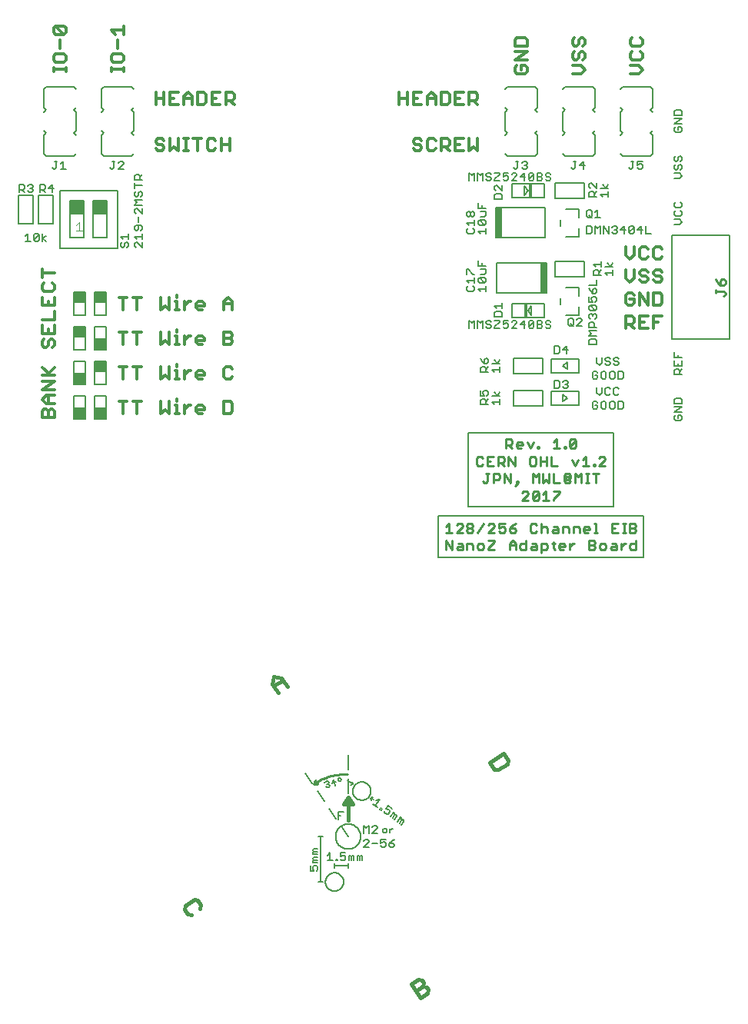
<source format=gto>
G75*
%MOIN*%
%OFA0B0*%
%FSLAX25Y25*%
%IPPOS*%
%LPD*%
%AMOC8*
5,1,8,0,0,1.08239X$1,22.5*
%
%ADD10C,0.00600*%
%ADD11C,0.00500*%
%ADD12C,0.01000*%
%ADD13C,0.00700*%
%ADD14C,0.01500*%
%ADD15C,0.01200*%
%ADD16R,0.05000X0.05000*%
%ADD17C,0.01600*%
%ADD18C,0.00300*%
%ADD19R,0.06000X0.06000*%
%ADD20R,0.02500X0.13000*%
%ADD21C,0.00900*%
%ADD22R,0.01250X0.06000*%
D10*
X0172573Y0188187D02*
X0173096Y0187867D01*
X0173939Y0188070D01*
X0174260Y0188592D01*
X0174159Y0189014D01*
X0173636Y0189335D01*
X0173214Y0189233D01*
X0173636Y0189335D02*
X0173956Y0189858D01*
X0173855Y0190279D01*
X0173332Y0190600D01*
X0172488Y0190397D01*
X0172168Y0189874D01*
X0175235Y0189719D02*
X0176922Y0190124D01*
X0177999Y0190828D02*
X0177898Y0191250D01*
X0178219Y0191773D01*
X0178640Y0191874D01*
X0179163Y0191554D01*
X0179265Y0191132D01*
X0178944Y0190609D01*
X0178522Y0190508D01*
X0177999Y0190828D01*
X0176197Y0191288D02*
X0175235Y0189719D01*
X0176804Y0188757D02*
X0176197Y0191288D01*
X0197850Y0169992D02*
X0197416Y0169558D01*
X0197416Y0168691D01*
X0197850Y0168257D01*
X0198717Y0168257D01*
X0199151Y0168691D01*
X0199151Y0169558D01*
X0198717Y0169992D01*
X0197850Y0169992D01*
X0200363Y0169992D02*
X0200363Y0168257D01*
X0200363Y0169124D02*
X0201230Y0169992D01*
X0201664Y0169992D01*
X0082352Y0421504D02*
X0057352Y0421504D01*
X0057352Y0446704D01*
X0082352Y0446704D01*
X0082352Y0421504D01*
X0077852Y0426104D02*
X0077852Y0442104D01*
X0071852Y0442104D01*
X0071852Y0426104D01*
X0077852Y0426104D01*
X0067852Y0426104D02*
X0067852Y0442104D01*
X0061852Y0442104D01*
X0061852Y0426104D01*
X0067852Y0426104D01*
X0063352Y0461604D02*
X0051352Y0461604D01*
X0050352Y0462604D01*
X0050352Y0470604D01*
X0051352Y0471604D01*
X0050352Y0472604D01*
X0050352Y0480604D02*
X0051352Y0481604D01*
X0050352Y0482604D01*
X0050352Y0490604D01*
X0051352Y0491604D01*
X0063352Y0491604D01*
X0064352Y0490604D01*
X0064352Y0482604D02*
X0063352Y0481604D01*
X0064352Y0480604D01*
X0064352Y0472604D01*
X0063352Y0471604D01*
X0064352Y0470604D01*
X0064352Y0462604D02*
X0063352Y0461604D01*
X0075352Y0462604D02*
X0076352Y0461604D01*
X0088352Y0461604D01*
X0089352Y0462604D01*
X0089352Y0470604D02*
X0088352Y0471604D01*
X0089352Y0472604D01*
X0089352Y0480604D01*
X0088352Y0481604D01*
X0089352Y0482604D01*
X0089352Y0490604D02*
X0088352Y0491604D01*
X0076352Y0491604D01*
X0075352Y0490604D01*
X0075352Y0482604D01*
X0076352Y0481604D01*
X0075352Y0480604D01*
X0075352Y0472604D02*
X0076352Y0471604D01*
X0075352Y0470604D01*
X0075352Y0462604D01*
X0250352Y0462604D02*
X0251352Y0461604D01*
X0263352Y0461604D01*
X0264352Y0462604D01*
X0264352Y0470604D01*
X0263352Y0471604D01*
X0264352Y0472604D01*
X0264352Y0480604D02*
X0263352Y0481604D01*
X0264352Y0482604D01*
X0264352Y0490604D01*
X0263352Y0491604D01*
X0251352Y0491604D01*
X0250352Y0490604D01*
X0250352Y0482604D02*
X0251352Y0481604D01*
X0250352Y0480604D01*
X0250352Y0472604D01*
X0251352Y0471604D01*
X0250352Y0470604D01*
X0275352Y0470604D02*
X0276352Y0471604D01*
X0275352Y0472604D01*
X0275352Y0480604D01*
X0276352Y0481604D01*
X0275352Y0482604D01*
X0275352Y0490604D02*
X0276352Y0491604D01*
X0288352Y0491604D01*
X0289352Y0490604D01*
X0289352Y0482604D01*
X0288352Y0481604D01*
X0289352Y0480604D01*
X0289352Y0472604D02*
X0288352Y0471604D01*
X0289352Y0470604D01*
X0289352Y0462604D01*
X0288352Y0461604D01*
X0276352Y0461604D01*
X0275352Y0462604D01*
X0300352Y0462604D02*
X0301352Y0461604D01*
X0313352Y0461604D01*
X0314352Y0462604D01*
X0314352Y0470604D01*
X0313352Y0471604D01*
X0314352Y0472604D01*
X0314352Y0480604D02*
X0313352Y0481604D01*
X0314352Y0482604D01*
X0314352Y0490604D01*
X0313352Y0491604D01*
X0301352Y0491604D01*
X0300352Y0490604D01*
X0300352Y0482604D02*
X0301352Y0481604D01*
X0300352Y0480604D01*
X0300352Y0472604D01*
X0301352Y0471604D01*
X0300352Y0470604D01*
D11*
X0284602Y0449854D02*
X0284602Y0443354D01*
X0272102Y0443354D01*
X0272102Y0449854D01*
X0284602Y0449854D01*
X0282549Y0438510D02*
X0276644Y0438510D01*
X0274478Y0433982D02*
X0274478Y0431226D01*
X0276644Y0426699D02*
X0282549Y0426699D01*
X0282549Y0430242D01*
X0282549Y0434966D02*
X0282549Y0438510D01*
X0267852Y0439104D02*
X0267852Y0426104D01*
X0246352Y0426104D01*
X0246352Y0439104D01*
X0267852Y0439104D01*
X0267352Y0443604D02*
X0267352Y0449604D01*
X0253352Y0449604D01*
X0253352Y0443604D01*
X0267352Y0443604D01*
X0260352Y0446604D02*
X0258852Y0444729D01*
X0258852Y0448479D01*
X0260352Y0446604D01*
X0272102Y0415854D02*
X0284602Y0415854D01*
X0284602Y0409354D01*
X0272102Y0409354D01*
X0272102Y0415854D01*
X0268352Y0415104D02*
X0268352Y0402104D01*
X0246852Y0402104D01*
X0246852Y0415104D01*
X0268352Y0415104D01*
X0276644Y0404510D02*
X0282549Y0404510D01*
X0282549Y0400966D01*
X0282549Y0396242D02*
X0282549Y0392699D01*
X0276644Y0392699D01*
X0274478Y0397226D02*
X0274478Y0399982D01*
X0267352Y0397604D02*
X0267352Y0391604D01*
X0253352Y0391604D01*
X0253352Y0397604D01*
X0267352Y0397604D01*
X0261852Y0396479D02*
X0261852Y0392729D01*
X0260352Y0394604D01*
X0261852Y0396479D01*
X0266602Y0373854D02*
X0254102Y0373854D01*
X0254102Y0367354D01*
X0266602Y0367354D01*
X0266602Y0373854D01*
X0270352Y0373604D02*
X0270352Y0367604D01*
X0282352Y0367604D01*
X0282352Y0373604D01*
X0270352Y0373604D01*
X0275352Y0370604D02*
X0277352Y0369104D01*
X0277352Y0372104D01*
X0275352Y0370604D01*
X0270352Y0359604D02*
X0270352Y0353604D01*
X0282352Y0353604D01*
X0282352Y0359604D01*
X0270352Y0359604D01*
X0266602Y0359854D02*
X0266602Y0353354D01*
X0254102Y0353354D01*
X0254102Y0359854D01*
X0266602Y0359854D01*
X0275352Y0358104D02*
X0277352Y0356604D01*
X0275352Y0355104D01*
X0275352Y0358104D01*
X0322852Y0382104D02*
X0322852Y0427104D01*
X0347852Y0427104D01*
X0347852Y0382104D01*
X0322852Y0382104D01*
X0193120Y0183535D02*
X0192150Y0183372D01*
X0192312Y0182402D01*
X0192150Y0183372D02*
X0193283Y0182564D01*
X0184321Y0186289D02*
X0184323Y0186414D01*
X0184329Y0186539D01*
X0184339Y0186663D01*
X0184353Y0186787D01*
X0184370Y0186911D01*
X0184392Y0187034D01*
X0184418Y0187156D01*
X0184447Y0187278D01*
X0184480Y0187398D01*
X0184518Y0187517D01*
X0184558Y0187636D01*
X0184603Y0187752D01*
X0184651Y0187867D01*
X0184703Y0187981D01*
X0184759Y0188093D01*
X0184818Y0188203D01*
X0184880Y0188311D01*
X0184946Y0188418D01*
X0185015Y0188522D01*
X0185088Y0188623D01*
X0185163Y0188723D01*
X0185242Y0188820D01*
X0185324Y0188914D01*
X0185409Y0189006D01*
X0185496Y0189095D01*
X0185587Y0189181D01*
X0185680Y0189264D01*
X0185776Y0189345D01*
X0185874Y0189422D01*
X0185974Y0189496D01*
X0186077Y0189567D01*
X0186182Y0189634D01*
X0186290Y0189699D01*
X0186399Y0189759D01*
X0186510Y0189817D01*
X0186623Y0189870D01*
X0186737Y0189920D01*
X0186853Y0189967D01*
X0186970Y0190009D01*
X0187089Y0190048D01*
X0187209Y0190084D01*
X0187330Y0190115D01*
X0187452Y0190143D01*
X0187574Y0190166D01*
X0187698Y0190186D01*
X0187822Y0190202D01*
X0187946Y0190214D01*
X0188071Y0190222D01*
X0188196Y0190226D01*
X0188320Y0190226D01*
X0188445Y0190222D01*
X0188570Y0190214D01*
X0188694Y0190202D01*
X0188818Y0190186D01*
X0188942Y0190166D01*
X0189064Y0190143D01*
X0189186Y0190115D01*
X0189307Y0190084D01*
X0189427Y0190048D01*
X0189546Y0190009D01*
X0189663Y0189967D01*
X0189779Y0189920D01*
X0189893Y0189870D01*
X0190006Y0189817D01*
X0190117Y0189759D01*
X0190227Y0189699D01*
X0190334Y0189634D01*
X0190439Y0189567D01*
X0190542Y0189496D01*
X0190642Y0189422D01*
X0190740Y0189345D01*
X0190836Y0189264D01*
X0190929Y0189181D01*
X0191020Y0189095D01*
X0191107Y0189006D01*
X0191192Y0188914D01*
X0191274Y0188820D01*
X0191353Y0188723D01*
X0191428Y0188623D01*
X0191501Y0188522D01*
X0191570Y0188418D01*
X0191636Y0188311D01*
X0191698Y0188203D01*
X0191757Y0188093D01*
X0191813Y0187981D01*
X0191865Y0187867D01*
X0191913Y0187752D01*
X0191958Y0187636D01*
X0191998Y0187517D01*
X0192036Y0187398D01*
X0192069Y0187278D01*
X0192098Y0187156D01*
X0192124Y0187034D01*
X0192146Y0186911D01*
X0192163Y0186787D01*
X0192177Y0186663D01*
X0192187Y0186539D01*
X0192193Y0186414D01*
X0192195Y0186289D01*
X0192193Y0186164D01*
X0192187Y0186039D01*
X0192177Y0185915D01*
X0192163Y0185791D01*
X0192146Y0185667D01*
X0192124Y0185544D01*
X0192098Y0185422D01*
X0192069Y0185300D01*
X0192036Y0185180D01*
X0191998Y0185061D01*
X0191958Y0184942D01*
X0191913Y0184826D01*
X0191865Y0184711D01*
X0191813Y0184597D01*
X0191757Y0184485D01*
X0191698Y0184375D01*
X0191636Y0184267D01*
X0191570Y0184160D01*
X0191501Y0184056D01*
X0191428Y0183955D01*
X0191353Y0183855D01*
X0191274Y0183758D01*
X0191192Y0183664D01*
X0191107Y0183572D01*
X0191020Y0183483D01*
X0190929Y0183397D01*
X0190836Y0183314D01*
X0190740Y0183233D01*
X0190642Y0183156D01*
X0190542Y0183082D01*
X0190439Y0183011D01*
X0190334Y0182944D01*
X0190226Y0182879D01*
X0190117Y0182819D01*
X0190006Y0182761D01*
X0189893Y0182708D01*
X0189779Y0182658D01*
X0189663Y0182611D01*
X0189546Y0182569D01*
X0189427Y0182530D01*
X0189307Y0182494D01*
X0189186Y0182463D01*
X0189064Y0182435D01*
X0188942Y0182412D01*
X0188818Y0182392D01*
X0188694Y0182376D01*
X0188570Y0182364D01*
X0188445Y0182356D01*
X0188320Y0182352D01*
X0188196Y0182352D01*
X0188071Y0182356D01*
X0187946Y0182364D01*
X0187822Y0182376D01*
X0187698Y0182392D01*
X0187574Y0182412D01*
X0187452Y0182435D01*
X0187330Y0182463D01*
X0187209Y0182494D01*
X0187089Y0182530D01*
X0186970Y0182569D01*
X0186853Y0182611D01*
X0186737Y0182658D01*
X0186623Y0182708D01*
X0186510Y0182761D01*
X0186399Y0182819D01*
X0186289Y0182879D01*
X0186182Y0182944D01*
X0186077Y0183011D01*
X0185974Y0183082D01*
X0185874Y0183156D01*
X0185776Y0183233D01*
X0185680Y0183314D01*
X0185587Y0183397D01*
X0185496Y0183483D01*
X0185409Y0183572D01*
X0185324Y0183664D01*
X0185242Y0183758D01*
X0185163Y0183855D01*
X0185088Y0183955D01*
X0185015Y0184056D01*
X0184946Y0184160D01*
X0184880Y0184267D01*
X0184818Y0184375D01*
X0184759Y0184485D01*
X0184703Y0184597D01*
X0184651Y0184711D01*
X0184603Y0184826D01*
X0184558Y0184942D01*
X0184518Y0185061D01*
X0184480Y0185180D01*
X0184447Y0185300D01*
X0184418Y0185422D01*
X0184392Y0185544D01*
X0184370Y0185667D01*
X0184353Y0185791D01*
X0184339Y0185915D01*
X0184329Y0186039D01*
X0184323Y0186164D01*
X0184321Y0186289D01*
X0182352Y0185305D02*
X0182352Y0191636D01*
X0182100Y0190823D02*
X0184366Y0189206D01*
X0183395Y0189044D01*
X0184366Y0189206D02*
X0184204Y0190177D01*
X0182352Y0195573D02*
X0182352Y0201904D01*
X0168957Y0186266D02*
X0171944Y0181881D01*
X0174161Y0178627D02*
X0177148Y0174243D01*
X0179365Y0170989D02*
X0182352Y0166604D01*
X0176916Y0166604D02*
X0176918Y0166751D01*
X0176924Y0166898D01*
X0176934Y0167045D01*
X0176948Y0167192D01*
X0176966Y0167338D01*
X0176988Y0167483D01*
X0177013Y0167628D01*
X0177043Y0167773D01*
X0177077Y0167916D01*
X0177114Y0168058D01*
X0177155Y0168200D01*
X0177201Y0168340D01*
X0177249Y0168479D01*
X0177302Y0168616D01*
X0177358Y0168752D01*
X0177418Y0168887D01*
X0177482Y0169019D01*
X0177549Y0169150D01*
X0177620Y0169279D01*
X0177694Y0169407D01*
X0177772Y0169532D01*
X0177853Y0169655D01*
X0177937Y0169775D01*
X0178024Y0169894D01*
X0178115Y0170010D01*
X0178209Y0170123D01*
X0178306Y0170234D01*
X0178405Y0170342D01*
X0178508Y0170448D01*
X0178614Y0170551D01*
X0178722Y0170650D01*
X0178833Y0170747D01*
X0178946Y0170841D01*
X0179062Y0170932D01*
X0179181Y0171019D01*
X0179301Y0171103D01*
X0179424Y0171184D01*
X0179549Y0171262D01*
X0179677Y0171336D01*
X0179806Y0171407D01*
X0179937Y0171474D01*
X0180069Y0171538D01*
X0180204Y0171598D01*
X0180340Y0171654D01*
X0180477Y0171707D01*
X0180616Y0171755D01*
X0180756Y0171801D01*
X0180898Y0171842D01*
X0181040Y0171879D01*
X0181183Y0171913D01*
X0181328Y0171943D01*
X0181473Y0171968D01*
X0181618Y0171990D01*
X0181764Y0172008D01*
X0181911Y0172022D01*
X0182058Y0172032D01*
X0182205Y0172038D01*
X0182352Y0172040D01*
X0182499Y0172038D01*
X0182646Y0172032D01*
X0182793Y0172022D01*
X0182940Y0172008D01*
X0183086Y0171990D01*
X0183231Y0171968D01*
X0183376Y0171943D01*
X0183521Y0171913D01*
X0183664Y0171879D01*
X0183806Y0171842D01*
X0183948Y0171801D01*
X0184088Y0171755D01*
X0184227Y0171707D01*
X0184364Y0171654D01*
X0184500Y0171598D01*
X0184635Y0171538D01*
X0184767Y0171474D01*
X0184898Y0171407D01*
X0185027Y0171336D01*
X0185155Y0171262D01*
X0185280Y0171184D01*
X0185403Y0171103D01*
X0185523Y0171019D01*
X0185642Y0170932D01*
X0185758Y0170841D01*
X0185871Y0170747D01*
X0185982Y0170650D01*
X0186090Y0170551D01*
X0186196Y0170448D01*
X0186299Y0170342D01*
X0186398Y0170234D01*
X0186495Y0170123D01*
X0186589Y0170010D01*
X0186680Y0169894D01*
X0186767Y0169775D01*
X0186851Y0169655D01*
X0186932Y0169532D01*
X0187010Y0169407D01*
X0187084Y0169279D01*
X0187155Y0169150D01*
X0187222Y0169019D01*
X0187286Y0168887D01*
X0187346Y0168752D01*
X0187402Y0168616D01*
X0187455Y0168479D01*
X0187503Y0168340D01*
X0187549Y0168200D01*
X0187590Y0168058D01*
X0187627Y0167916D01*
X0187661Y0167773D01*
X0187691Y0167628D01*
X0187716Y0167483D01*
X0187738Y0167338D01*
X0187756Y0167192D01*
X0187770Y0167045D01*
X0187780Y0166898D01*
X0187786Y0166751D01*
X0187788Y0166604D01*
X0187786Y0166457D01*
X0187780Y0166310D01*
X0187770Y0166163D01*
X0187756Y0166016D01*
X0187738Y0165870D01*
X0187716Y0165725D01*
X0187691Y0165580D01*
X0187661Y0165435D01*
X0187627Y0165292D01*
X0187590Y0165150D01*
X0187549Y0165008D01*
X0187503Y0164868D01*
X0187455Y0164729D01*
X0187402Y0164592D01*
X0187346Y0164456D01*
X0187286Y0164321D01*
X0187222Y0164189D01*
X0187155Y0164058D01*
X0187084Y0163929D01*
X0187010Y0163801D01*
X0186932Y0163676D01*
X0186851Y0163553D01*
X0186767Y0163433D01*
X0186680Y0163314D01*
X0186589Y0163198D01*
X0186495Y0163085D01*
X0186398Y0162974D01*
X0186299Y0162866D01*
X0186196Y0162760D01*
X0186090Y0162657D01*
X0185982Y0162558D01*
X0185871Y0162461D01*
X0185758Y0162367D01*
X0185642Y0162276D01*
X0185523Y0162189D01*
X0185403Y0162105D01*
X0185280Y0162024D01*
X0185155Y0161946D01*
X0185027Y0161872D01*
X0184898Y0161801D01*
X0184767Y0161734D01*
X0184635Y0161670D01*
X0184500Y0161610D01*
X0184364Y0161554D01*
X0184227Y0161501D01*
X0184088Y0161453D01*
X0183948Y0161407D01*
X0183806Y0161366D01*
X0183664Y0161329D01*
X0183521Y0161295D01*
X0183376Y0161265D01*
X0183231Y0161240D01*
X0183086Y0161218D01*
X0182940Y0161200D01*
X0182793Y0161186D01*
X0182646Y0161176D01*
X0182499Y0161170D01*
X0182352Y0161168D01*
X0182205Y0161170D01*
X0182058Y0161176D01*
X0181911Y0161186D01*
X0181764Y0161200D01*
X0181618Y0161218D01*
X0181473Y0161240D01*
X0181328Y0161265D01*
X0181183Y0161295D01*
X0181040Y0161329D01*
X0180898Y0161366D01*
X0180756Y0161407D01*
X0180616Y0161453D01*
X0180477Y0161501D01*
X0180340Y0161554D01*
X0180204Y0161610D01*
X0180069Y0161670D01*
X0179937Y0161734D01*
X0179806Y0161801D01*
X0179677Y0161872D01*
X0179549Y0161946D01*
X0179424Y0162024D01*
X0179301Y0162105D01*
X0179181Y0162189D01*
X0179062Y0162276D01*
X0178946Y0162367D01*
X0178833Y0162461D01*
X0178722Y0162558D01*
X0178614Y0162657D01*
X0178508Y0162760D01*
X0178405Y0162866D01*
X0178306Y0162974D01*
X0178209Y0163085D01*
X0178115Y0163198D01*
X0178024Y0163314D01*
X0177937Y0163433D01*
X0177853Y0163553D01*
X0177772Y0163676D01*
X0177694Y0163801D01*
X0177620Y0163929D01*
X0177549Y0164058D01*
X0177482Y0164189D01*
X0177418Y0164321D01*
X0177358Y0164456D01*
X0177302Y0164592D01*
X0177249Y0164729D01*
X0177201Y0164868D01*
X0177155Y0165008D01*
X0177114Y0165150D01*
X0177077Y0165292D01*
X0177043Y0165435D01*
X0177013Y0165580D01*
X0176988Y0165725D01*
X0176966Y0165870D01*
X0176948Y0166016D01*
X0176934Y0166163D01*
X0176924Y0166310D01*
X0176918Y0166457D01*
X0176916Y0166604D01*
X0171526Y0166604D02*
X0170541Y0166604D01*
X0169557Y0166604D01*
X0170541Y0166604D02*
X0170541Y0146919D01*
X0169557Y0146919D01*
X0170541Y0146919D02*
X0171526Y0146919D01*
X0172510Y0146919D02*
X0172512Y0147044D01*
X0172518Y0147169D01*
X0172528Y0147293D01*
X0172542Y0147417D01*
X0172559Y0147541D01*
X0172581Y0147664D01*
X0172607Y0147786D01*
X0172636Y0147908D01*
X0172669Y0148028D01*
X0172707Y0148147D01*
X0172747Y0148266D01*
X0172792Y0148382D01*
X0172840Y0148497D01*
X0172892Y0148611D01*
X0172948Y0148723D01*
X0173007Y0148833D01*
X0173069Y0148941D01*
X0173135Y0149048D01*
X0173204Y0149152D01*
X0173277Y0149253D01*
X0173352Y0149353D01*
X0173431Y0149450D01*
X0173513Y0149544D01*
X0173598Y0149636D01*
X0173685Y0149725D01*
X0173776Y0149811D01*
X0173869Y0149894D01*
X0173965Y0149975D01*
X0174063Y0150052D01*
X0174163Y0150126D01*
X0174266Y0150197D01*
X0174371Y0150264D01*
X0174479Y0150329D01*
X0174588Y0150389D01*
X0174699Y0150447D01*
X0174812Y0150500D01*
X0174926Y0150550D01*
X0175042Y0150597D01*
X0175159Y0150639D01*
X0175278Y0150678D01*
X0175398Y0150714D01*
X0175519Y0150745D01*
X0175641Y0150773D01*
X0175763Y0150796D01*
X0175887Y0150816D01*
X0176011Y0150832D01*
X0176135Y0150844D01*
X0176260Y0150852D01*
X0176385Y0150856D01*
X0176509Y0150856D01*
X0176634Y0150852D01*
X0176759Y0150844D01*
X0176883Y0150832D01*
X0177007Y0150816D01*
X0177131Y0150796D01*
X0177253Y0150773D01*
X0177375Y0150745D01*
X0177496Y0150714D01*
X0177616Y0150678D01*
X0177735Y0150639D01*
X0177852Y0150597D01*
X0177968Y0150550D01*
X0178082Y0150500D01*
X0178195Y0150447D01*
X0178306Y0150389D01*
X0178416Y0150329D01*
X0178523Y0150264D01*
X0178628Y0150197D01*
X0178731Y0150126D01*
X0178831Y0150052D01*
X0178929Y0149975D01*
X0179025Y0149894D01*
X0179118Y0149811D01*
X0179209Y0149725D01*
X0179296Y0149636D01*
X0179381Y0149544D01*
X0179463Y0149450D01*
X0179542Y0149353D01*
X0179617Y0149253D01*
X0179690Y0149152D01*
X0179759Y0149048D01*
X0179825Y0148941D01*
X0179887Y0148833D01*
X0179946Y0148723D01*
X0180002Y0148611D01*
X0180054Y0148497D01*
X0180102Y0148382D01*
X0180147Y0148266D01*
X0180187Y0148147D01*
X0180225Y0148028D01*
X0180258Y0147908D01*
X0180287Y0147786D01*
X0180313Y0147664D01*
X0180335Y0147541D01*
X0180352Y0147417D01*
X0180366Y0147293D01*
X0180376Y0147169D01*
X0180382Y0147044D01*
X0180384Y0146919D01*
X0180382Y0146794D01*
X0180376Y0146669D01*
X0180366Y0146545D01*
X0180352Y0146421D01*
X0180335Y0146297D01*
X0180313Y0146174D01*
X0180287Y0146052D01*
X0180258Y0145930D01*
X0180225Y0145810D01*
X0180187Y0145691D01*
X0180147Y0145572D01*
X0180102Y0145456D01*
X0180054Y0145341D01*
X0180002Y0145227D01*
X0179946Y0145115D01*
X0179887Y0145005D01*
X0179825Y0144897D01*
X0179759Y0144790D01*
X0179690Y0144686D01*
X0179617Y0144585D01*
X0179542Y0144485D01*
X0179463Y0144388D01*
X0179381Y0144294D01*
X0179296Y0144202D01*
X0179209Y0144113D01*
X0179118Y0144027D01*
X0179025Y0143944D01*
X0178929Y0143863D01*
X0178831Y0143786D01*
X0178731Y0143712D01*
X0178628Y0143641D01*
X0178523Y0143574D01*
X0178415Y0143509D01*
X0178306Y0143449D01*
X0178195Y0143391D01*
X0178082Y0143338D01*
X0177968Y0143288D01*
X0177852Y0143241D01*
X0177735Y0143199D01*
X0177616Y0143160D01*
X0177496Y0143124D01*
X0177375Y0143093D01*
X0177253Y0143065D01*
X0177131Y0143042D01*
X0177007Y0143022D01*
X0176883Y0143006D01*
X0176759Y0142994D01*
X0176634Y0142986D01*
X0176509Y0142982D01*
X0176385Y0142982D01*
X0176260Y0142986D01*
X0176135Y0142994D01*
X0176011Y0143006D01*
X0175887Y0143022D01*
X0175763Y0143042D01*
X0175641Y0143065D01*
X0175519Y0143093D01*
X0175398Y0143124D01*
X0175278Y0143160D01*
X0175159Y0143199D01*
X0175042Y0143241D01*
X0174926Y0143288D01*
X0174812Y0143338D01*
X0174699Y0143391D01*
X0174588Y0143449D01*
X0174478Y0143509D01*
X0174371Y0143574D01*
X0174266Y0143641D01*
X0174163Y0143712D01*
X0174063Y0143786D01*
X0173965Y0143863D01*
X0173869Y0143944D01*
X0173776Y0144027D01*
X0173685Y0144113D01*
X0173598Y0144202D01*
X0173513Y0144294D01*
X0173431Y0144388D01*
X0173352Y0144485D01*
X0173277Y0144585D01*
X0173204Y0144686D01*
X0173135Y0144790D01*
X0173069Y0144897D01*
X0173007Y0145005D01*
X0172948Y0145115D01*
X0172892Y0145227D01*
X0172840Y0145341D01*
X0172792Y0145456D01*
X0172747Y0145572D01*
X0172707Y0145691D01*
X0172669Y0145810D01*
X0172636Y0145930D01*
X0172607Y0146052D01*
X0172581Y0146174D01*
X0172559Y0146297D01*
X0172542Y0146421D01*
X0172528Y0146545D01*
X0172518Y0146669D01*
X0172512Y0146794D01*
X0172510Y0146919D01*
X0176447Y0152825D02*
X0176447Y0153809D01*
X0182352Y0153809D01*
X0182352Y0152825D01*
X0182352Y0153809D02*
X0182352Y0154793D01*
X0176447Y0154793D02*
X0176447Y0153809D01*
X0166740Y0189519D02*
X0163753Y0193904D01*
X0077352Y0347604D02*
X0072352Y0347604D01*
X0072352Y0357604D01*
X0077352Y0357604D01*
X0077352Y0347604D01*
X0068352Y0347604D02*
X0068352Y0357604D01*
X0063352Y0357604D01*
X0063352Y0347604D01*
X0068352Y0347604D01*
X0068352Y0362604D02*
X0063352Y0362604D01*
X0063352Y0372604D01*
X0068352Y0372604D01*
X0068352Y0362604D01*
X0072352Y0362604D02*
X0077352Y0362604D01*
X0077352Y0372604D01*
X0072352Y0372604D01*
X0072352Y0362604D01*
X0072352Y0377604D02*
X0077352Y0377604D01*
X0077352Y0387604D01*
X0072352Y0387604D01*
X0072352Y0377604D01*
X0068352Y0377604D02*
X0068352Y0387604D01*
X0063352Y0387604D01*
X0063352Y0377604D01*
X0068352Y0377604D01*
X0068352Y0392604D02*
X0063352Y0392604D01*
X0063352Y0402604D01*
X0068352Y0402604D01*
X0068352Y0392604D01*
X0072352Y0392604D02*
X0077352Y0392604D01*
X0077352Y0402604D01*
X0072352Y0402604D01*
X0072352Y0392604D01*
X0054498Y0432165D02*
X0047998Y0432165D01*
X0047998Y0444665D01*
X0054498Y0444665D01*
X0054498Y0432165D01*
X0045868Y0432165D02*
X0045868Y0444665D01*
X0039368Y0444665D01*
X0039368Y0432165D01*
X0045868Y0432165D01*
D12*
X0168052Y0190904D02*
X0167452Y0189404D01*
X0168952Y0189204D01*
X0168052Y0190904D01*
X0167653Y0189504D02*
X0168118Y0189814D01*
X0168591Y0190113D01*
X0169070Y0190400D01*
X0169556Y0190676D01*
X0170049Y0190940D01*
X0170548Y0191192D01*
X0171053Y0191432D01*
X0171563Y0191659D01*
X0172079Y0191875D01*
X0172600Y0192078D01*
X0173126Y0192268D01*
X0173656Y0192446D01*
X0174190Y0192611D01*
X0174727Y0192764D01*
X0175269Y0192903D01*
X0175813Y0193029D01*
X0176361Y0193143D01*
X0176911Y0193243D01*
X0177463Y0193330D01*
X0178017Y0193403D01*
X0178573Y0193463D01*
X0179130Y0193510D01*
X0179688Y0193544D01*
X0180246Y0193564D01*
X0180805Y0193571D01*
X0181364Y0193564D01*
X0181923Y0193544D01*
X0224650Y0290854D02*
X0224650Y0294858D01*
X0227319Y0290854D01*
X0227319Y0294858D01*
X0229921Y0293523D02*
X0231255Y0293523D01*
X0231922Y0292856D01*
X0231922Y0290854D01*
X0229921Y0290854D01*
X0229254Y0291522D01*
X0229921Y0292189D01*
X0231922Y0292189D01*
X0233857Y0293523D02*
X0235859Y0293523D01*
X0236526Y0292856D01*
X0236526Y0290854D01*
X0238461Y0291522D02*
X0239129Y0290854D01*
X0240463Y0290854D01*
X0241130Y0291522D01*
X0241130Y0292856D01*
X0240463Y0293523D01*
X0239129Y0293523D01*
X0238461Y0292856D01*
X0238461Y0291522D01*
X0243065Y0291522D02*
X0243065Y0290854D01*
X0245734Y0290854D01*
X0243065Y0291522D02*
X0245734Y0294190D01*
X0245734Y0294858D01*
X0243065Y0294858D01*
X0243065Y0298354D02*
X0245734Y0301023D01*
X0245734Y0301690D01*
X0245067Y0302358D01*
X0243733Y0302358D01*
X0243065Y0301690D01*
X0241130Y0302358D02*
X0238461Y0298354D01*
X0236526Y0299022D02*
X0235859Y0298354D01*
X0234525Y0298354D01*
X0233857Y0299022D01*
X0233857Y0299689D01*
X0234525Y0300356D01*
X0235859Y0300356D01*
X0236526Y0299689D01*
X0236526Y0299022D01*
X0235859Y0300356D02*
X0236526Y0301023D01*
X0236526Y0301690D01*
X0235859Y0302358D01*
X0234525Y0302358D01*
X0233857Y0301690D01*
X0233857Y0301023D01*
X0234525Y0300356D01*
X0231922Y0301023D02*
X0231922Y0301690D01*
X0231255Y0302358D01*
X0229921Y0302358D01*
X0229254Y0301690D01*
X0231922Y0301023D02*
X0229254Y0298354D01*
X0231922Y0298354D01*
X0227319Y0298354D02*
X0224650Y0298354D01*
X0225984Y0298354D02*
X0225984Y0302358D01*
X0224650Y0301023D01*
X0233857Y0293523D02*
X0233857Y0290854D01*
X0243065Y0298354D02*
X0245734Y0298354D01*
X0247669Y0299022D02*
X0248336Y0298354D01*
X0249671Y0298354D01*
X0250338Y0299022D01*
X0250338Y0300356D01*
X0249671Y0301023D01*
X0249004Y0301023D01*
X0247669Y0300356D01*
X0247669Y0302358D01*
X0250338Y0302358D01*
X0252273Y0300356D02*
X0254275Y0300356D01*
X0254942Y0299689D01*
X0254942Y0299022D01*
X0254275Y0298354D01*
X0252940Y0298354D01*
X0252273Y0299022D01*
X0252273Y0300356D01*
X0253608Y0301690D01*
X0254942Y0302358D01*
X0253608Y0294858D02*
X0254942Y0293523D01*
X0254942Y0290854D01*
X0254942Y0292856D02*
X0252273Y0292856D01*
X0252273Y0293523D02*
X0252273Y0290854D01*
X0252273Y0293523D02*
X0253608Y0294858D01*
X0256877Y0292856D02*
X0257544Y0293523D01*
X0259546Y0293523D01*
X0259546Y0294858D02*
X0259546Y0290854D01*
X0257544Y0290854D01*
X0256877Y0291522D01*
X0256877Y0292856D01*
X0261481Y0291522D02*
X0262148Y0292189D01*
X0264150Y0292189D01*
X0264150Y0292856D02*
X0264150Y0290854D01*
X0262148Y0290854D01*
X0261481Y0291522D01*
X0262148Y0293523D02*
X0263483Y0293523D01*
X0264150Y0292856D01*
X0266085Y0293523D02*
X0266085Y0289520D01*
X0266085Y0290854D02*
X0268087Y0290854D01*
X0268754Y0291522D01*
X0268754Y0292856D01*
X0268087Y0293523D01*
X0266085Y0293523D01*
X0266085Y0298354D02*
X0266085Y0302358D01*
X0266752Y0301023D02*
X0266085Y0300356D01*
X0266752Y0301023D02*
X0268087Y0301023D01*
X0268754Y0300356D01*
X0268754Y0298354D01*
X0270689Y0299022D02*
X0271356Y0299689D01*
X0273358Y0299689D01*
X0273358Y0300356D02*
X0273358Y0298354D01*
X0271356Y0298354D01*
X0270689Y0299022D01*
X0271356Y0301023D02*
X0272691Y0301023D01*
X0273358Y0300356D01*
X0275293Y0301023D02*
X0275293Y0298354D01*
X0277962Y0298354D02*
X0277962Y0300356D01*
X0277294Y0301023D01*
X0275293Y0301023D01*
X0279897Y0301023D02*
X0279897Y0298354D01*
X0282566Y0298354D02*
X0282566Y0300356D01*
X0281898Y0301023D01*
X0279897Y0301023D01*
X0279697Y0293523D02*
X0280364Y0293523D01*
X0279697Y0293523D02*
X0278362Y0292189D01*
X0278362Y0293523D02*
X0278362Y0290854D01*
X0276427Y0292189D02*
X0273758Y0292189D01*
X0273758Y0292856D02*
X0274425Y0293523D01*
X0275760Y0293523D01*
X0276427Y0292856D01*
X0276427Y0292189D01*
X0275760Y0290854D02*
X0274425Y0290854D01*
X0273758Y0291522D01*
X0273758Y0292856D01*
X0272023Y0293523D02*
X0270689Y0293523D01*
X0271356Y0294190D02*
X0271356Y0291522D01*
X0272023Y0290854D01*
X0264150Y0299022D02*
X0263483Y0298354D01*
X0262148Y0298354D01*
X0261481Y0299022D01*
X0261481Y0301690D01*
X0262148Y0302358D01*
X0263483Y0302358D01*
X0264150Y0301690D01*
X0264250Y0312354D02*
X0262916Y0312354D01*
X0262248Y0313022D01*
X0264917Y0315690D01*
X0264917Y0313022D01*
X0264250Y0312354D01*
X0262248Y0313022D02*
X0262248Y0315690D01*
X0262916Y0316358D01*
X0264250Y0316358D01*
X0264917Y0315690D01*
X0266852Y0315023D02*
X0268187Y0316358D01*
X0268187Y0312354D01*
X0269521Y0312354D02*
X0266852Y0312354D01*
X0271456Y0312354D02*
X0271456Y0313022D01*
X0274125Y0315690D01*
X0274125Y0316358D01*
X0271456Y0316358D01*
X0271456Y0319854D02*
X0274125Y0319854D01*
X0276060Y0320522D02*
X0276060Y0323190D01*
X0276727Y0323858D01*
X0278062Y0323858D01*
X0278729Y0323190D01*
X0278729Y0321856D01*
X0278062Y0321189D01*
X0278062Y0322523D01*
X0276727Y0322523D01*
X0276727Y0321189D01*
X0278062Y0321189D01*
X0278729Y0320522D02*
X0278062Y0319854D01*
X0276727Y0319854D01*
X0276060Y0320522D01*
X0271456Y0319854D02*
X0271456Y0323858D01*
X0269521Y0323858D02*
X0269521Y0319854D01*
X0268187Y0321189D01*
X0266852Y0319854D01*
X0266852Y0323858D01*
X0264917Y0323858D02*
X0264917Y0319854D01*
X0262248Y0319854D02*
X0262248Y0323858D01*
X0263583Y0322523D01*
X0264917Y0323858D01*
X0265701Y0327354D02*
X0265701Y0331358D01*
X0265701Y0329356D02*
X0268370Y0329356D01*
X0268370Y0331358D02*
X0268370Y0327354D01*
X0270305Y0327354D02*
X0272974Y0327354D01*
X0270305Y0327354D02*
X0270305Y0331358D01*
X0271456Y0334854D02*
X0274125Y0334854D01*
X0272791Y0334854D02*
X0272791Y0338858D01*
X0271456Y0337523D01*
X0276060Y0335522D02*
X0276727Y0335522D01*
X0276727Y0334854D01*
X0276060Y0334854D01*
X0276060Y0335522D01*
X0278362Y0335522D02*
X0278362Y0338190D01*
X0279029Y0338858D01*
X0280364Y0338858D01*
X0281031Y0338190D01*
X0278362Y0335522D01*
X0279029Y0334854D01*
X0280364Y0334854D01*
X0281031Y0335522D01*
X0281031Y0338190D01*
X0285451Y0331358D02*
X0284117Y0330023D01*
X0285451Y0331358D02*
X0285451Y0327354D01*
X0284117Y0327354D02*
X0286786Y0327354D01*
X0288721Y0327354D02*
X0289388Y0327354D01*
X0289388Y0328022D01*
X0288721Y0328022D01*
X0288721Y0327354D01*
X0291023Y0327354D02*
X0293692Y0330023D01*
X0293692Y0330690D01*
X0293025Y0331358D01*
X0291690Y0331358D01*
X0291023Y0330690D01*
X0291023Y0327354D02*
X0293692Y0327354D01*
X0291006Y0323858D02*
X0288337Y0323858D01*
X0289672Y0323858D02*
X0289672Y0319854D01*
X0286602Y0319854D02*
X0285268Y0319854D01*
X0285935Y0319854D02*
X0285935Y0323858D01*
X0285268Y0323858D02*
X0286602Y0323858D01*
X0283333Y0323858D02*
X0283333Y0319854D01*
X0280664Y0319854D02*
X0280664Y0323858D01*
X0281999Y0322523D01*
X0283333Y0323858D01*
X0280848Y0327354D02*
X0279513Y0330023D01*
X0282182Y0330023D02*
X0280848Y0327354D01*
X0263766Y0328022D02*
X0263766Y0330690D01*
X0263099Y0331358D01*
X0261765Y0331358D01*
X0261097Y0330690D01*
X0261097Y0328022D01*
X0261765Y0327354D01*
X0263099Y0327354D01*
X0263766Y0328022D01*
X0264550Y0334854D02*
X0265218Y0334854D01*
X0265218Y0335522D01*
X0264550Y0335522D01*
X0264550Y0334854D01*
X0261281Y0334854D02*
X0262615Y0337523D01*
X0259946Y0337523D02*
X0261281Y0334854D01*
X0258011Y0336189D02*
X0255342Y0336189D01*
X0255342Y0336856D02*
X0256010Y0337523D01*
X0257344Y0337523D01*
X0258011Y0336856D01*
X0258011Y0336189D01*
X0257344Y0334854D02*
X0256010Y0334854D01*
X0255342Y0335522D01*
X0255342Y0336856D01*
X0253408Y0336856D02*
X0253408Y0338190D01*
X0252740Y0338858D01*
X0250739Y0338858D01*
X0250739Y0334854D01*
X0250739Y0336189D02*
X0252740Y0336189D01*
X0253408Y0336856D01*
X0252073Y0336189D02*
X0253408Y0334854D01*
X0254558Y0331358D02*
X0254558Y0327354D01*
X0251890Y0331358D01*
X0251890Y0327354D01*
X0249955Y0327354D02*
X0248620Y0328689D01*
X0249287Y0328689D02*
X0247286Y0328689D01*
X0247286Y0327354D02*
X0247286Y0331358D01*
X0249287Y0331358D01*
X0249955Y0330690D01*
X0249955Y0329356D01*
X0249287Y0328689D01*
X0245351Y0327354D02*
X0242682Y0327354D01*
X0242682Y0331358D01*
X0245351Y0331358D01*
X0244016Y0329356D02*
X0242682Y0329356D01*
X0240747Y0328022D02*
X0240079Y0327354D01*
X0238745Y0327354D01*
X0238078Y0328022D01*
X0238078Y0330690D01*
X0238745Y0331358D01*
X0240079Y0331358D01*
X0240747Y0330690D01*
X0242098Y0323858D02*
X0243432Y0323858D01*
X0242765Y0323858D02*
X0242765Y0320522D01*
X0242098Y0319854D01*
X0241431Y0319854D01*
X0240763Y0320522D01*
X0245367Y0321189D02*
X0247369Y0321189D01*
X0248036Y0321856D01*
X0248036Y0323190D01*
X0247369Y0323858D01*
X0245367Y0323858D01*
X0245367Y0319854D01*
X0249971Y0319854D02*
X0249971Y0323858D01*
X0252640Y0319854D01*
X0252640Y0323858D01*
X0255242Y0320522D02*
X0255242Y0319854D01*
X0255910Y0319854D01*
X0255910Y0320522D01*
X0255242Y0320522D01*
X0255910Y0319854D02*
X0254575Y0318520D01*
X0257644Y0315690D02*
X0258312Y0316358D01*
X0259646Y0316358D01*
X0260313Y0315690D01*
X0260313Y0315023D01*
X0257644Y0312354D01*
X0260313Y0312354D01*
X0284501Y0300356D02*
X0285168Y0301023D01*
X0286502Y0301023D01*
X0287170Y0300356D01*
X0287170Y0299689D01*
X0284501Y0299689D01*
X0284501Y0299022D02*
X0284501Y0300356D01*
X0284501Y0299022D02*
X0285168Y0298354D01*
X0286502Y0298354D01*
X0289105Y0298354D02*
X0290439Y0298354D01*
X0289772Y0298354D02*
X0289772Y0302358D01*
X0289105Y0302358D01*
X0288804Y0294858D02*
X0286803Y0294858D01*
X0286803Y0290854D01*
X0288804Y0290854D01*
X0289472Y0291522D01*
X0289472Y0292189D01*
X0288804Y0292856D01*
X0286803Y0292856D01*
X0288804Y0292856D02*
X0289472Y0293523D01*
X0289472Y0294190D01*
X0288804Y0294858D01*
X0291406Y0292856D02*
X0291406Y0291522D01*
X0292074Y0290854D01*
X0293408Y0290854D01*
X0294075Y0291522D01*
X0294075Y0292856D01*
X0293408Y0293523D01*
X0292074Y0293523D01*
X0291406Y0292856D01*
X0296010Y0291522D02*
X0296678Y0292189D01*
X0298679Y0292189D01*
X0298679Y0292856D02*
X0298679Y0290854D01*
X0296678Y0290854D01*
X0296010Y0291522D01*
X0296678Y0293523D02*
X0298012Y0293523D01*
X0298679Y0292856D01*
X0300614Y0292189D02*
X0301949Y0293523D01*
X0302616Y0293523D01*
X0304451Y0292856D02*
X0305118Y0293523D01*
X0307120Y0293523D01*
X0307120Y0294858D02*
X0307120Y0290854D01*
X0305118Y0290854D01*
X0304451Y0291522D01*
X0304451Y0292856D01*
X0300614Y0293523D02*
X0300614Y0290854D01*
X0301382Y0298354D02*
X0302716Y0298354D01*
X0302049Y0298354D02*
X0302049Y0302358D01*
X0301382Y0302358D02*
X0302716Y0302358D01*
X0304451Y0302358D02*
X0306453Y0302358D01*
X0307120Y0301690D01*
X0307120Y0301023D01*
X0306453Y0300356D01*
X0304451Y0300356D01*
X0306453Y0300356D02*
X0307120Y0299689D01*
X0307120Y0299022D01*
X0306453Y0298354D01*
X0304451Y0298354D01*
X0304451Y0302358D01*
X0299447Y0302358D02*
X0296778Y0302358D01*
X0296778Y0298354D01*
X0299447Y0298354D01*
X0298112Y0300356D02*
X0296778Y0300356D01*
D13*
X0297415Y0309604D02*
X0297415Y0341604D01*
X0234289Y0341604D01*
X0234289Y0309604D01*
X0297415Y0309604D01*
X0310352Y0305604D02*
X0310352Y0287604D01*
X0221352Y0287604D01*
X0221352Y0305604D01*
X0310352Y0305604D01*
X0324250Y0346954D02*
X0326452Y0346954D01*
X0327002Y0347505D01*
X0327002Y0348606D01*
X0326452Y0349156D01*
X0325351Y0349156D01*
X0325351Y0348055D01*
X0324250Y0346954D02*
X0323699Y0347505D01*
X0323699Y0348606D01*
X0324250Y0349156D01*
X0323699Y0350637D02*
X0327002Y0352839D01*
X0323699Y0352839D01*
X0323699Y0354321D02*
X0323699Y0355972D01*
X0324250Y0356522D01*
X0326452Y0356522D01*
X0327002Y0355972D01*
X0327002Y0354321D01*
X0323699Y0354321D01*
X0323699Y0350637D02*
X0327002Y0350637D01*
X0327002Y0366954D02*
X0323699Y0366954D01*
X0323699Y0368606D01*
X0324250Y0369156D01*
X0325351Y0369156D01*
X0325901Y0368606D01*
X0325901Y0366954D01*
X0325901Y0368055D02*
X0327002Y0369156D01*
X0327002Y0370637D02*
X0327002Y0372839D01*
X0327002Y0374321D02*
X0323699Y0374321D01*
X0323699Y0376522D01*
X0325351Y0375421D02*
X0325351Y0374321D01*
X0323699Y0372839D02*
X0323699Y0370637D01*
X0327002Y0370637D01*
X0325351Y0370637D02*
X0325351Y0371738D01*
X0301587Y0367707D02*
X0301037Y0368257D01*
X0299385Y0368257D01*
X0299385Y0364954D01*
X0301037Y0364954D01*
X0301587Y0365505D01*
X0301587Y0367707D01*
X0297904Y0367707D02*
X0297354Y0368257D01*
X0296253Y0368257D01*
X0295702Y0367707D01*
X0295702Y0365505D01*
X0296253Y0364954D01*
X0297354Y0364954D01*
X0297904Y0365505D01*
X0297904Y0367707D01*
X0298094Y0370954D02*
X0297544Y0371505D01*
X0298094Y0370954D02*
X0299195Y0370954D01*
X0299746Y0371505D01*
X0299746Y0372055D01*
X0299195Y0372606D01*
X0298094Y0372606D01*
X0297544Y0373156D01*
X0297544Y0373707D01*
X0298094Y0374257D01*
X0299195Y0374257D01*
X0299746Y0373707D01*
X0296063Y0373707D02*
X0295512Y0374257D01*
X0294411Y0374257D01*
X0293861Y0373707D01*
X0293861Y0373156D01*
X0294411Y0372606D01*
X0295512Y0372606D01*
X0296063Y0372055D01*
X0296063Y0371505D01*
X0295512Y0370954D01*
X0294411Y0370954D01*
X0293861Y0371505D01*
X0292379Y0372055D02*
X0292379Y0374257D01*
X0290178Y0374257D02*
X0290178Y0372055D01*
X0291279Y0370954D01*
X0292379Y0372055D01*
X0292570Y0368257D02*
X0292019Y0367707D01*
X0292019Y0365505D01*
X0292570Y0364954D01*
X0293671Y0364954D01*
X0294221Y0365505D01*
X0294221Y0367707D01*
X0293671Y0368257D01*
X0292570Y0368257D01*
X0290538Y0367707D02*
X0289987Y0368257D01*
X0288886Y0368257D01*
X0288336Y0367707D01*
X0288336Y0365505D01*
X0288886Y0364954D01*
X0289987Y0364954D01*
X0290538Y0365505D01*
X0290538Y0366606D01*
X0289437Y0366606D01*
X0290178Y0361257D02*
X0290178Y0359055D01*
X0291279Y0357954D01*
X0292379Y0359055D01*
X0292379Y0361257D01*
X0293861Y0360707D02*
X0293861Y0358505D01*
X0294411Y0357954D01*
X0295512Y0357954D01*
X0296063Y0358505D01*
X0297544Y0358505D02*
X0298094Y0357954D01*
X0299195Y0357954D01*
X0299746Y0358505D01*
X0299746Y0360707D02*
X0299195Y0361257D01*
X0298094Y0361257D01*
X0297544Y0360707D01*
X0297544Y0358505D01*
X0296063Y0360707D02*
X0295512Y0361257D01*
X0294411Y0361257D01*
X0293861Y0360707D01*
X0293671Y0355257D02*
X0294221Y0354707D01*
X0294221Y0352505D01*
X0293671Y0351954D01*
X0292570Y0351954D01*
X0292019Y0352505D01*
X0292019Y0354707D01*
X0292570Y0355257D01*
X0293671Y0355257D01*
X0295702Y0354707D02*
X0295702Y0352505D01*
X0296253Y0351954D01*
X0297354Y0351954D01*
X0297904Y0352505D01*
X0297904Y0354707D01*
X0297354Y0355257D01*
X0296253Y0355257D01*
X0295702Y0354707D01*
X0299385Y0355257D02*
X0299385Y0351954D01*
X0301037Y0351954D01*
X0301587Y0352505D01*
X0301587Y0354707D01*
X0301037Y0355257D01*
X0299385Y0355257D01*
X0290538Y0354707D02*
X0289987Y0355257D01*
X0288886Y0355257D01*
X0288336Y0354707D01*
X0288336Y0352505D01*
X0288886Y0351954D01*
X0289987Y0351954D01*
X0290538Y0352505D01*
X0290538Y0353606D01*
X0289437Y0353606D01*
X0277587Y0361505D02*
X0277037Y0360954D01*
X0275936Y0360954D01*
X0275385Y0361505D01*
X0273904Y0361505D02*
X0273904Y0363707D01*
X0273354Y0364257D01*
X0271702Y0364257D01*
X0271702Y0360954D01*
X0273354Y0360954D01*
X0273904Y0361505D01*
X0275385Y0363707D02*
X0275936Y0364257D01*
X0277037Y0364257D01*
X0277587Y0363707D01*
X0277587Y0363156D01*
X0277037Y0362606D01*
X0277587Y0362055D01*
X0277587Y0361505D01*
X0277037Y0362606D02*
X0276486Y0362606D01*
X0277037Y0375954D02*
X0277037Y0379257D01*
X0275385Y0377606D01*
X0277587Y0377606D01*
X0273904Y0378707D02*
X0273354Y0379257D01*
X0271702Y0379257D01*
X0271702Y0375954D01*
X0273354Y0375954D01*
X0273904Y0376505D01*
X0273904Y0378707D01*
X0269628Y0386954D02*
X0270178Y0387505D01*
X0270178Y0388055D01*
X0269628Y0388606D01*
X0268527Y0388606D01*
X0267977Y0389156D01*
X0267977Y0389707D01*
X0268527Y0390257D01*
X0269628Y0390257D01*
X0270178Y0389707D01*
X0269628Y0386954D02*
X0268527Y0386954D01*
X0267977Y0387505D01*
X0266495Y0387505D02*
X0265945Y0386954D01*
X0264293Y0386954D01*
X0264293Y0390257D01*
X0265945Y0390257D01*
X0266495Y0389707D01*
X0266495Y0389156D01*
X0265945Y0388606D01*
X0264293Y0388606D01*
X0265945Y0388606D02*
X0266495Y0388055D01*
X0266495Y0387505D01*
X0262812Y0387505D02*
X0262812Y0389707D01*
X0260610Y0387505D01*
X0261161Y0386954D01*
X0262262Y0386954D01*
X0262812Y0387505D01*
X0262812Y0389707D02*
X0262262Y0390257D01*
X0261161Y0390257D01*
X0260610Y0389707D01*
X0260610Y0387505D01*
X0259129Y0388606D02*
X0256927Y0388606D01*
X0258579Y0390257D01*
X0258579Y0386954D01*
X0255446Y0386954D02*
X0253244Y0386954D01*
X0255446Y0389156D01*
X0255446Y0389707D01*
X0254895Y0390257D01*
X0253795Y0390257D01*
X0253244Y0389707D01*
X0251763Y0390257D02*
X0249561Y0390257D01*
X0249561Y0388606D01*
X0250662Y0389156D01*
X0251212Y0389156D01*
X0251763Y0388606D01*
X0251763Y0387505D01*
X0251212Y0386954D01*
X0250111Y0386954D01*
X0249561Y0387505D01*
X0248080Y0386954D02*
X0245878Y0386954D01*
X0245878Y0387505D01*
X0248080Y0389707D01*
X0248080Y0390257D01*
X0245878Y0390257D01*
X0244396Y0389707D02*
X0243846Y0390257D01*
X0242745Y0390257D01*
X0242195Y0389707D01*
X0242195Y0389156D01*
X0242745Y0388606D01*
X0243846Y0388606D01*
X0244396Y0388055D01*
X0244396Y0387505D01*
X0243846Y0386954D01*
X0242745Y0386954D01*
X0242195Y0387505D01*
X0240713Y0386954D02*
X0240713Y0390257D01*
X0239612Y0389156D01*
X0238511Y0390257D01*
X0238511Y0386954D01*
X0237030Y0386954D02*
X0237030Y0390257D01*
X0235929Y0389156D01*
X0234828Y0390257D01*
X0234828Y0386954D01*
X0239700Y0373839D02*
X0240250Y0372738D01*
X0241351Y0371637D01*
X0241351Y0373289D01*
X0241901Y0373839D01*
X0242452Y0373839D01*
X0243002Y0373289D01*
X0243002Y0372188D01*
X0242452Y0371637D01*
X0241351Y0371637D01*
X0241351Y0370156D02*
X0240250Y0370156D01*
X0239700Y0369606D01*
X0239700Y0367954D01*
X0243002Y0367954D01*
X0241901Y0367954D02*
X0241901Y0369606D01*
X0241351Y0370156D01*
X0241901Y0369055D02*
X0243002Y0370156D01*
X0244700Y0369055D02*
X0248002Y0369055D01*
X0248002Y0367954D02*
X0248002Y0370156D01*
X0248002Y0371637D02*
X0244700Y0371637D01*
X0245800Y0373289D02*
X0246901Y0371637D01*
X0248002Y0373289D01*
X0244700Y0369055D02*
X0245800Y0367954D01*
X0245800Y0359289D02*
X0246901Y0357637D01*
X0248002Y0359289D01*
X0248002Y0357637D02*
X0244700Y0357637D01*
X0243002Y0358188D02*
X0242452Y0357637D01*
X0243002Y0358188D02*
X0243002Y0359289D01*
X0242452Y0359839D01*
X0241351Y0359839D01*
X0240800Y0359289D01*
X0240800Y0358738D01*
X0241351Y0357637D01*
X0239700Y0357637D01*
X0239700Y0359839D01*
X0240250Y0356156D02*
X0241351Y0356156D01*
X0241901Y0355606D01*
X0241901Y0353954D01*
X0241901Y0355055D02*
X0243002Y0356156D01*
X0244700Y0355055D02*
X0245800Y0353954D01*
X0244700Y0355055D02*
X0248002Y0355055D01*
X0248002Y0353954D02*
X0248002Y0356156D01*
X0243002Y0353954D02*
X0239700Y0353954D01*
X0239700Y0355606D01*
X0240250Y0356156D01*
X0245700Y0391954D02*
X0245700Y0393606D01*
X0246250Y0394156D01*
X0248452Y0394156D01*
X0249002Y0393606D01*
X0249002Y0391954D01*
X0245700Y0391954D01*
X0246800Y0395637D02*
X0245700Y0396738D01*
X0249002Y0396738D01*
X0249002Y0395637D02*
X0249002Y0397839D01*
X0242002Y0402954D02*
X0242002Y0405156D01*
X0242002Y0404055D02*
X0238700Y0404055D01*
X0239800Y0402954D01*
X0237002Y0403505D02*
X0237002Y0404606D01*
X0236452Y0405156D01*
X0237002Y0406637D02*
X0237002Y0408839D01*
X0237002Y0407738D02*
X0233700Y0407738D01*
X0234800Y0406637D01*
X0234250Y0405156D02*
X0233700Y0404606D01*
X0233700Y0403505D01*
X0234250Y0402954D01*
X0236452Y0402954D01*
X0237002Y0403505D01*
X0239250Y0406637D02*
X0238700Y0407188D01*
X0238700Y0408289D01*
X0239250Y0408839D01*
X0241452Y0406637D01*
X0242002Y0407188D01*
X0242002Y0408289D01*
X0241452Y0408839D01*
X0239250Y0408839D01*
X0239800Y0410321D02*
X0241452Y0410321D01*
X0242002Y0410871D01*
X0242002Y0412522D01*
X0239800Y0412522D01*
X0240351Y0414004D02*
X0240351Y0415105D01*
X0238700Y0414004D02*
X0238700Y0416206D01*
X0238700Y0414004D02*
X0242002Y0414004D01*
X0241452Y0406637D02*
X0239250Y0406637D01*
X0237002Y0410321D02*
X0236452Y0410321D01*
X0234250Y0412522D01*
X0233700Y0412522D01*
X0233700Y0410321D01*
X0234250Y0427954D02*
X0236452Y0427954D01*
X0237002Y0428505D01*
X0237002Y0429606D01*
X0236452Y0430156D01*
X0237002Y0431637D02*
X0237002Y0433839D01*
X0237002Y0432738D02*
X0233700Y0432738D01*
X0234800Y0431637D01*
X0234250Y0430156D02*
X0233700Y0429606D01*
X0233700Y0428505D01*
X0234250Y0427954D01*
X0238700Y0429055D02*
X0242002Y0429055D01*
X0242002Y0427954D02*
X0242002Y0430156D01*
X0241452Y0431637D02*
X0239250Y0433839D01*
X0241452Y0433839D01*
X0242002Y0433289D01*
X0242002Y0432188D01*
X0241452Y0431637D01*
X0239250Y0431637D01*
X0238700Y0432188D01*
X0238700Y0433289D01*
X0239250Y0433839D01*
X0239800Y0435321D02*
X0241452Y0435321D01*
X0242002Y0435871D01*
X0242002Y0437522D01*
X0239800Y0437522D01*
X0240351Y0439004D02*
X0240351Y0440105D01*
X0238700Y0439004D02*
X0238700Y0441206D01*
X0238700Y0439004D02*
X0242002Y0439004D01*
X0245700Y0442954D02*
X0245700Y0444606D01*
X0246250Y0445156D01*
X0248452Y0445156D01*
X0249002Y0444606D01*
X0249002Y0442954D01*
X0245700Y0442954D01*
X0246250Y0446637D02*
X0245700Y0447188D01*
X0245700Y0448289D01*
X0246250Y0448839D01*
X0246800Y0448839D01*
X0249002Y0446637D01*
X0249002Y0448839D01*
X0248080Y0450954D02*
X0245878Y0450954D01*
X0245878Y0451505D01*
X0248080Y0453707D01*
X0248080Y0454257D01*
X0245878Y0454257D01*
X0244396Y0453707D02*
X0243846Y0454257D01*
X0242745Y0454257D01*
X0242195Y0453707D01*
X0242195Y0453156D01*
X0242745Y0452606D01*
X0243846Y0452606D01*
X0244396Y0452055D01*
X0244396Y0451505D01*
X0243846Y0450954D01*
X0242745Y0450954D01*
X0242195Y0451505D01*
X0240713Y0450954D02*
X0240713Y0454257D01*
X0239612Y0453156D01*
X0238511Y0454257D01*
X0238511Y0450954D01*
X0237030Y0450954D02*
X0237030Y0454257D01*
X0235929Y0453156D01*
X0234828Y0454257D01*
X0234828Y0450954D01*
X0234800Y0437522D02*
X0235351Y0436972D01*
X0235351Y0435871D01*
X0234800Y0435321D01*
X0234250Y0435321D01*
X0233700Y0435871D01*
X0233700Y0436972D01*
X0234250Y0437522D01*
X0234800Y0437522D01*
X0235351Y0436972D02*
X0235901Y0437522D01*
X0236452Y0437522D01*
X0237002Y0436972D01*
X0237002Y0435871D01*
X0236452Y0435321D01*
X0235901Y0435321D01*
X0235351Y0435871D01*
X0238700Y0429055D02*
X0239800Y0427954D01*
X0250111Y0450954D02*
X0249561Y0451505D01*
X0250111Y0450954D02*
X0251212Y0450954D01*
X0251763Y0451505D01*
X0251763Y0452606D01*
X0251212Y0453156D01*
X0250662Y0453156D01*
X0249561Y0452606D01*
X0249561Y0454257D01*
X0251763Y0454257D01*
X0253244Y0453707D02*
X0253795Y0454257D01*
X0254895Y0454257D01*
X0255446Y0453707D01*
X0255446Y0453156D01*
X0253244Y0450954D01*
X0255446Y0450954D01*
X0256927Y0452606D02*
X0259129Y0452606D01*
X0258579Y0454257D02*
X0256927Y0452606D01*
X0258579Y0454257D02*
X0258579Y0450954D01*
X0260610Y0451505D02*
X0262812Y0453707D01*
X0262812Y0451505D01*
X0262262Y0450954D01*
X0261161Y0450954D01*
X0260610Y0451505D01*
X0260610Y0453707D01*
X0261161Y0454257D01*
X0262262Y0454257D01*
X0262812Y0453707D01*
X0264293Y0454257D02*
X0264293Y0450954D01*
X0265945Y0450954D01*
X0266495Y0451505D01*
X0266495Y0452055D01*
X0265945Y0452606D01*
X0264293Y0452606D01*
X0264293Y0454257D02*
X0265945Y0454257D01*
X0266495Y0453707D01*
X0266495Y0453156D01*
X0265945Y0452606D01*
X0267977Y0453156D02*
X0268527Y0452606D01*
X0269628Y0452606D01*
X0270178Y0452055D01*
X0270178Y0451505D01*
X0269628Y0450954D01*
X0268527Y0450954D01*
X0267977Y0451505D01*
X0267977Y0453156D02*
X0267977Y0453707D01*
X0268527Y0454257D01*
X0269628Y0454257D01*
X0270178Y0453707D01*
X0279019Y0456505D02*
X0279570Y0455954D01*
X0280120Y0455954D01*
X0280671Y0456505D01*
X0280671Y0459257D01*
X0281221Y0459257D02*
X0280120Y0459257D01*
X0282702Y0457606D02*
X0284904Y0457606D01*
X0284354Y0459257D02*
X0282702Y0457606D01*
X0284354Y0459257D02*
X0284354Y0455954D01*
X0287250Y0449839D02*
X0286700Y0449289D01*
X0286700Y0448188D01*
X0287250Y0447637D01*
X0287250Y0446156D02*
X0288351Y0446156D01*
X0288901Y0445606D01*
X0288901Y0443954D01*
X0288901Y0445055D02*
X0290002Y0446156D01*
X0290002Y0447637D02*
X0287800Y0449839D01*
X0287250Y0449839D01*
X0290002Y0449839D02*
X0290002Y0447637D01*
X0291700Y0447637D02*
X0295002Y0447637D01*
X0293901Y0447637D02*
X0292800Y0449289D01*
X0293901Y0447637D02*
X0295002Y0449289D01*
X0295002Y0446156D02*
X0295002Y0443954D01*
X0295002Y0445055D02*
X0291700Y0445055D01*
X0292800Y0443954D01*
X0290002Y0443954D02*
X0286700Y0443954D01*
X0286700Y0445606D01*
X0287250Y0446156D01*
X0287354Y0438257D02*
X0287904Y0437707D01*
X0287904Y0435505D01*
X0287354Y0434954D01*
X0286253Y0434954D01*
X0285702Y0435505D01*
X0285702Y0437707D01*
X0286253Y0438257D01*
X0287354Y0438257D01*
X0286803Y0436055D02*
X0287904Y0434954D01*
X0289385Y0434954D02*
X0291587Y0434954D01*
X0290486Y0434954D02*
X0290486Y0438257D01*
X0289385Y0437156D01*
X0289385Y0431257D02*
X0290486Y0430156D01*
X0291587Y0431257D01*
X0291587Y0427954D01*
X0293069Y0427954D02*
X0293069Y0431257D01*
X0295270Y0427954D01*
X0295270Y0431257D01*
X0296752Y0430707D02*
X0297302Y0431257D01*
X0298403Y0431257D01*
X0298954Y0430707D01*
X0298954Y0430156D01*
X0298403Y0429606D01*
X0298954Y0429055D01*
X0298954Y0428505D01*
X0298403Y0427954D01*
X0297302Y0427954D01*
X0296752Y0428505D01*
X0297853Y0429606D02*
X0298403Y0429606D01*
X0300435Y0429606D02*
X0302637Y0429606D01*
X0302086Y0431257D02*
X0300435Y0429606D01*
X0302086Y0431257D02*
X0302086Y0427954D01*
X0304118Y0428505D02*
X0306320Y0430707D01*
X0306320Y0428505D01*
X0305769Y0427954D01*
X0304669Y0427954D01*
X0304118Y0428505D01*
X0304118Y0430707D01*
X0304669Y0431257D01*
X0305769Y0431257D01*
X0306320Y0430707D01*
X0307801Y0429606D02*
X0310003Y0429606D01*
X0309453Y0431257D02*
X0307801Y0429606D01*
X0309453Y0431257D02*
X0309453Y0427954D01*
X0311484Y0427954D02*
X0313686Y0427954D01*
X0311484Y0427954D02*
X0311484Y0431257D01*
X0323699Y0431954D02*
X0325901Y0431954D01*
X0327002Y0433055D01*
X0325901Y0434156D01*
X0323699Y0434156D01*
X0324250Y0435637D02*
X0326452Y0435637D01*
X0327002Y0436188D01*
X0327002Y0437289D01*
X0326452Y0437839D01*
X0326452Y0439321D02*
X0327002Y0439871D01*
X0327002Y0440972D01*
X0326452Y0441522D01*
X0326452Y0439321D02*
X0324250Y0439321D01*
X0323699Y0439871D01*
X0323699Y0440972D01*
X0324250Y0441522D01*
X0324250Y0437839D02*
X0323699Y0437289D01*
X0323699Y0436188D01*
X0324250Y0435637D01*
X0323699Y0451954D02*
X0325901Y0451954D01*
X0327002Y0453055D01*
X0325901Y0454156D01*
X0323699Y0454156D01*
X0324250Y0455637D02*
X0324800Y0455637D01*
X0325351Y0456188D01*
X0325351Y0457289D01*
X0325901Y0457839D01*
X0326452Y0457839D01*
X0327002Y0457289D01*
X0327002Y0456188D01*
X0326452Y0455637D01*
X0324250Y0455637D02*
X0323699Y0456188D01*
X0323699Y0457289D01*
X0324250Y0457839D01*
X0324250Y0459321D02*
X0324800Y0459321D01*
X0325351Y0459871D01*
X0325351Y0460972D01*
X0325901Y0461522D01*
X0326452Y0461522D01*
X0327002Y0460972D01*
X0327002Y0459871D01*
X0326452Y0459321D01*
X0324250Y0459321D02*
X0323699Y0459871D01*
X0323699Y0460972D01*
X0324250Y0461522D01*
X0324250Y0471954D02*
X0326452Y0471954D01*
X0327002Y0472505D01*
X0327002Y0473606D01*
X0326452Y0474156D01*
X0325351Y0474156D01*
X0325351Y0473055D01*
X0324250Y0471954D02*
X0323699Y0472505D01*
X0323699Y0473606D01*
X0324250Y0474156D01*
X0323699Y0475637D02*
X0327002Y0477839D01*
X0323699Y0477839D01*
X0323699Y0479321D02*
X0323699Y0480972D01*
X0324250Y0481522D01*
X0326452Y0481522D01*
X0327002Y0480972D01*
X0327002Y0479321D01*
X0323699Y0479321D01*
X0323699Y0475637D02*
X0327002Y0475637D01*
X0309904Y0459257D02*
X0307702Y0459257D01*
X0307702Y0457606D01*
X0308803Y0458156D01*
X0309354Y0458156D01*
X0309904Y0457606D01*
X0309904Y0456505D01*
X0309354Y0455954D01*
X0308253Y0455954D01*
X0307702Y0456505D01*
X0305671Y0456505D02*
X0305671Y0459257D01*
X0306221Y0459257D02*
X0305120Y0459257D01*
X0305671Y0456505D02*
X0305120Y0455954D01*
X0304570Y0455954D01*
X0304019Y0456505D01*
X0289385Y0431257D02*
X0289385Y0427954D01*
X0287904Y0428505D02*
X0287904Y0430707D01*
X0287354Y0431257D01*
X0285702Y0431257D01*
X0285702Y0427954D01*
X0287354Y0427954D01*
X0287904Y0428505D01*
X0292002Y0415839D02*
X0292002Y0413637D01*
X0292002Y0414738D02*
X0288700Y0414738D01*
X0289800Y0413637D01*
X0289250Y0412156D02*
X0290351Y0412156D01*
X0290901Y0411606D01*
X0290901Y0409954D01*
X0290901Y0411055D02*
X0292002Y0412156D01*
X0293700Y0411055D02*
X0297002Y0411055D01*
X0297002Y0409954D02*
X0297002Y0412156D01*
X0297002Y0413637D02*
X0293700Y0413637D01*
X0294800Y0415289D02*
X0295901Y0413637D01*
X0297002Y0415289D01*
X0293700Y0411055D02*
X0294800Y0409954D01*
X0292002Y0409954D02*
X0288700Y0409954D01*
X0288700Y0411606D01*
X0289250Y0412156D01*
X0290002Y0407938D02*
X0290002Y0405736D01*
X0286700Y0405736D01*
X0286700Y0404255D02*
X0287250Y0403154D01*
X0288351Y0402053D01*
X0288351Y0403705D01*
X0288901Y0404255D01*
X0289452Y0404255D01*
X0290002Y0403705D01*
X0290002Y0402604D01*
X0289452Y0402053D01*
X0288351Y0402053D01*
X0288351Y0400572D02*
X0289452Y0400572D01*
X0290002Y0400021D01*
X0290002Y0398920D01*
X0289452Y0398370D01*
X0288351Y0398370D02*
X0287800Y0399471D01*
X0287800Y0400021D01*
X0288351Y0400572D01*
X0286700Y0400572D02*
X0286700Y0398370D01*
X0288351Y0398370D01*
X0289452Y0396889D02*
X0290002Y0396338D01*
X0290002Y0395237D01*
X0289452Y0394687D01*
X0287250Y0396889D01*
X0289452Y0396889D01*
X0287250Y0396889D02*
X0286700Y0396338D01*
X0286700Y0395237D01*
X0287250Y0394687D01*
X0289452Y0394687D01*
X0289452Y0393206D02*
X0290002Y0392655D01*
X0290002Y0391554D01*
X0289452Y0391004D01*
X0288351Y0392105D02*
X0288351Y0392655D01*
X0288901Y0393206D01*
X0289452Y0393206D01*
X0288351Y0392655D02*
X0287800Y0393206D01*
X0287250Y0393206D01*
X0286700Y0392655D01*
X0286700Y0391554D01*
X0287250Y0391004D01*
X0287250Y0389522D02*
X0288351Y0389522D01*
X0288901Y0388972D01*
X0288901Y0387321D01*
X0290002Y0387321D02*
X0286700Y0387321D01*
X0286700Y0388972D01*
X0287250Y0389522D01*
X0283587Y0390156D02*
X0283587Y0390707D01*
X0283037Y0391257D01*
X0281936Y0391257D01*
X0281385Y0390707D01*
X0279904Y0390707D02*
X0279904Y0388505D01*
X0279354Y0387954D01*
X0278253Y0387954D01*
X0277702Y0388505D01*
X0277702Y0390707D01*
X0278253Y0391257D01*
X0279354Y0391257D01*
X0279904Y0390707D01*
X0278803Y0389055D02*
X0279904Y0387954D01*
X0281385Y0387954D02*
X0283587Y0390156D01*
X0283587Y0387954D02*
X0281385Y0387954D01*
X0286700Y0385839D02*
X0290002Y0385839D01*
X0290002Y0383637D02*
X0286700Y0383637D01*
X0287800Y0384738D01*
X0286700Y0385839D01*
X0287250Y0382156D02*
X0286700Y0381606D01*
X0286700Y0379954D01*
X0290002Y0379954D01*
X0290002Y0381606D01*
X0289452Y0382156D01*
X0287250Y0382156D01*
X0259354Y0455954D02*
X0258253Y0455954D01*
X0257702Y0456505D01*
X0258803Y0457606D02*
X0259354Y0457606D01*
X0259904Y0457055D01*
X0259904Y0456505D01*
X0259354Y0455954D01*
X0259354Y0457606D02*
X0259904Y0458156D01*
X0259904Y0458707D01*
X0259354Y0459257D01*
X0258253Y0459257D01*
X0257702Y0458707D01*
X0256221Y0459257D02*
X0255120Y0459257D01*
X0255671Y0459257D02*
X0255671Y0456505D01*
X0255120Y0455954D01*
X0254570Y0455954D01*
X0254019Y0456505D01*
X0093002Y0453621D02*
X0091901Y0452520D01*
X0091901Y0453071D02*
X0091901Y0451419D01*
X0093002Y0451419D02*
X0089700Y0451419D01*
X0089700Y0453071D01*
X0090250Y0453621D01*
X0091351Y0453621D01*
X0091901Y0453071D01*
X0089700Y0449938D02*
X0089700Y0447736D01*
X0089700Y0448837D02*
X0093002Y0448837D01*
X0092452Y0446255D02*
X0093002Y0445705D01*
X0093002Y0444604D01*
X0092452Y0444053D01*
X0091351Y0444604D02*
X0091351Y0445705D01*
X0091901Y0446255D01*
X0092452Y0446255D01*
X0091351Y0444604D02*
X0090800Y0444053D01*
X0090250Y0444053D01*
X0089700Y0444604D01*
X0089700Y0445705D01*
X0090250Y0446255D01*
X0089700Y0442572D02*
X0093002Y0442572D01*
X0093002Y0440370D02*
X0089700Y0440370D01*
X0090800Y0441471D01*
X0089700Y0442572D01*
X0090250Y0438889D02*
X0089700Y0438338D01*
X0089700Y0437237D01*
X0090250Y0436687D01*
X0091351Y0435206D02*
X0091351Y0433004D01*
X0091351Y0431522D02*
X0091351Y0429871D01*
X0090800Y0429321D01*
X0090250Y0429321D01*
X0089700Y0429871D01*
X0089700Y0430972D01*
X0090250Y0431522D01*
X0092452Y0431522D01*
X0093002Y0430972D01*
X0093002Y0429871D01*
X0092452Y0429321D01*
X0093002Y0427839D02*
X0093002Y0425637D01*
X0093002Y0426738D02*
X0089700Y0426738D01*
X0090800Y0425637D01*
X0090800Y0424156D02*
X0090250Y0424156D01*
X0089700Y0423606D01*
X0089700Y0422505D01*
X0090250Y0421954D01*
X0090800Y0424156D02*
X0093002Y0421954D01*
X0093002Y0424156D01*
X0087002Y0423606D02*
X0087002Y0422505D01*
X0086452Y0421954D01*
X0085351Y0422505D02*
X0085351Y0423606D01*
X0085901Y0424156D01*
X0086452Y0424156D01*
X0087002Y0423606D01*
X0085351Y0422505D02*
X0084800Y0421954D01*
X0084250Y0421954D01*
X0083700Y0422505D01*
X0083700Y0423606D01*
X0084250Y0424156D01*
X0084800Y0425637D02*
X0083700Y0426738D01*
X0087002Y0426738D01*
X0087002Y0425637D02*
X0087002Y0427839D01*
X0093002Y0436687D02*
X0090800Y0438889D01*
X0090250Y0438889D01*
X0093002Y0438889D02*
X0093002Y0436687D01*
X0084904Y0455954D02*
X0082702Y0455954D01*
X0084904Y0458156D01*
X0084904Y0458707D01*
X0084354Y0459257D01*
X0083253Y0459257D01*
X0082702Y0458707D01*
X0081221Y0459257D02*
X0080120Y0459257D01*
X0080671Y0459257D02*
X0080671Y0456505D01*
X0080120Y0455954D01*
X0079570Y0455954D01*
X0079019Y0456505D01*
X0059904Y0455954D02*
X0057702Y0455954D01*
X0058803Y0455954D02*
X0058803Y0459257D01*
X0057702Y0458156D01*
X0056221Y0459257D02*
X0055120Y0459257D01*
X0055671Y0459257D02*
X0055671Y0456505D01*
X0055120Y0455954D01*
X0054570Y0455954D01*
X0054019Y0456505D01*
X0054037Y0449257D02*
X0052385Y0447606D01*
X0054587Y0447606D01*
X0054037Y0449257D02*
X0054037Y0445954D01*
X0050904Y0445954D02*
X0049803Y0447055D01*
X0050354Y0447055D02*
X0048702Y0447055D01*
X0048702Y0445954D02*
X0048702Y0449257D01*
X0050354Y0449257D01*
X0050904Y0448707D01*
X0050904Y0447606D01*
X0050354Y0447055D01*
X0045587Y0447055D02*
X0045587Y0446505D01*
X0045037Y0445954D01*
X0043936Y0445954D01*
X0043385Y0446505D01*
X0044486Y0447606D02*
X0045037Y0447606D01*
X0045587Y0447055D01*
X0045037Y0447606D02*
X0045587Y0448156D01*
X0045587Y0448707D01*
X0045037Y0449257D01*
X0043936Y0449257D01*
X0043385Y0448707D01*
X0041904Y0448707D02*
X0041904Y0447606D01*
X0041354Y0447055D01*
X0039702Y0447055D01*
X0039702Y0445954D02*
X0039702Y0449257D01*
X0041354Y0449257D01*
X0041904Y0448707D01*
X0040803Y0447055D02*
X0041904Y0445954D01*
X0043492Y0428022D02*
X0043492Y0424720D01*
X0042391Y0424720D02*
X0044593Y0424720D01*
X0046074Y0425270D02*
X0048276Y0427472D01*
X0048276Y0425270D01*
X0047726Y0424720D01*
X0046625Y0424720D01*
X0046074Y0425270D01*
X0046074Y0427472D01*
X0046625Y0428022D01*
X0047726Y0428022D01*
X0048276Y0427472D01*
X0049758Y0428022D02*
X0049758Y0424720D01*
X0049758Y0425821D02*
X0051409Y0426921D01*
X0049758Y0425821D02*
X0051409Y0424720D01*
X0043492Y0428022D02*
X0042391Y0426921D01*
X0178035Y0177226D02*
X0180237Y0177226D01*
X0179136Y0175574D02*
X0178035Y0175574D01*
X0178035Y0173923D02*
X0178035Y0177226D01*
X0189100Y0171257D02*
X0190201Y0170156D01*
X0191302Y0171257D01*
X0191302Y0167954D01*
X0192783Y0167954D02*
X0194985Y0170156D01*
X0194985Y0170707D01*
X0194435Y0171257D01*
X0193334Y0171257D01*
X0192783Y0170707D01*
X0192783Y0167954D02*
X0194985Y0167954D01*
X0196466Y0165257D02*
X0196466Y0163606D01*
X0197567Y0164156D01*
X0198118Y0164156D01*
X0198668Y0163606D01*
X0198668Y0162505D01*
X0198118Y0161954D01*
X0197017Y0161954D01*
X0196466Y0162505D01*
X0194985Y0163606D02*
X0192783Y0163606D01*
X0191302Y0164156D02*
X0191302Y0164707D01*
X0190751Y0165257D01*
X0189650Y0165257D01*
X0189100Y0164707D01*
X0191302Y0164156D02*
X0189100Y0161954D01*
X0191302Y0161954D01*
X0187973Y0158329D02*
X0188524Y0157779D01*
X0188524Y0156128D01*
X0187423Y0156128D02*
X0187423Y0157779D01*
X0187973Y0158329D01*
X0187423Y0157779D02*
X0186872Y0158329D01*
X0186322Y0158329D01*
X0186322Y0156128D01*
X0184841Y0156128D02*
X0184841Y0157779D01*
X0184290Y0158329D01*
X0183740Y0157779D01*
X0183740Y0156128D01*
X0182639Y0156128D02*
X0182639Y0158329D01*
X0183189Y0158329D01*
X0183740Y0157779D01*
X0181158Y0157779D02*
X0181158Y0156678D01*
X0180607Y0156128D01*
X0179506Y0156128D01*
X0178956Y0156678D01*
X0178956Y0157779D02*
X0180057Y0158329D01*
X0180607Y0158329D01*
X0181158Y0157779D01*
X0181158Y0159430D02*
X0178956Y0159430D01*
X0178956Y0157779D01*
X0177665Y0156678D02*
X0177665Y0156128D01*
X0177114Y0156128D01*
X0177114Y0156678D01*
X0177665Y0156678D01*
X0175633Y0156128D02*
X0173431Y0156128D01*
X0174532Y0156128D02*
X0174532Y0159430D01*
X0173431Y0158329D01*
X0169207Y0158953D02*
X0167005Y0158953D01*
X0167005Y0159504D01*
X0167556Y0160054D01*
X0167005Y0160605D01*
X0167556Y0161155D01*
X0169207Y0161155D01*
X0169207Y0160054D02*
X0167556Y0160054D01*
X0167556Y0157472D02*
X0169207Y0157472D01*
X0169207Y0156371D02*
X0167556Y0156371D01*
X0167005Y0156922D01*
X0167556Y0157472D01*
X0167556Y0156371D02*
X0167005Y0155821D01*
X0167005Y0155270D01*
X0169207Y0155270D01*
X0168657Y0153789D02*
X0167556Y0153789D01*
X0167005Y0153238D01*
X0167005Y0152688D01*
X0167556Y0151587D01*
X0165904Y0151587D01*
X0165904Y0153789D01*
X0168657Y0153789D02*
X0169207Y0153238D01*
X0169207Y0152138D01*
X0168657Y0151587D01*
X0189100Y0167954D02*
X0189100Y0171257D01*
X0196466Y0165257D02*
X0198668Y0165257D01*
X0200149Y0163606D02*
X0201801Y0163606D01*
X0202351Y0163055D01*
X0202351Y0162505D01*
X0201801Y0161954D01*
X0200700Y0161954D01*
X0200149Y0162505D01*
X0200149Y0163606D01*
X0201250Y0164707D01*
X0202351Y0165257D01*
X0205462Y0171701D02*
X0206421Y0173045D01*
X0206293Y0173813D01*
X0205525Y0173685D01*
X0204566Y0172340D01*
X0203670Y0172980D02*
X0204949Y0174772D01*
X0205397Y0174453D01*
X0205525Y0173685D01*
X0203423Y0175184D02*
X0202464Y0173840D01*
X0201568Y0174479D02*
X0202527Y0175824D01*
X0203294Y0175952D01*
X0203423Y0175184D01*
X0202527Y0175824D02*
X0202398Y0176591D01*
X0201950Y0176911D01*
X0200671Y0175118D01*
X0199785Y0176427D02*
X0200424Y0177323D01*
X0200296Y0178091D01*
X0199848Y0178411D01*
X0198632Y0178602D01*
X0199591Y0179946D01*
X0201383Y0178668D01*
X0199785Y0176427D02*
X0199017Y0176298D01*
X0198121Y0176938D01*
X0197993Y0177705D01*
X0196941Y0178455D02*
X0196622Y0178007D01*
X0196174Y0178327D01*
X0196493Y0178775D01*
X0196941Y0178455D01*
X0194968Y0179187D02*
X0193175Y0180466D01*
X0194071Y0179826D02*
X0195989Y0182515D01*
X0194454Y0182258D01*
D14*
X0114295Y0132727D02*
X0112651Y0133047D01*
X0111326Y0135011D01*
X0111646Y0136655D01*
X0115573Y0139304D01*
X0117218Y0138984D01*
X0118542Y0137021D01*
X0118223Y0135377D01*
X0152192Y0228827D02*
X0149543Y0232754D01*
X0150182Y0236042D01*
X0153471Y0235403D01*
X0156120Y0231476D01*
X0154133Y0234421D02*
X0150206Y0231772D01*
X0212620Y0104462D02*
X0209675Y0102475D01*
X0213648Y0096584D01*
X0216594Y0098571D01*
X0216913Y0100215D01*
X0216251Y0101197D01*
X0214607Y0101516D01*
X0211661Y0099529D01*
X0214607Y0101516D02*
X0214927Y0103160D01*
X0214264Y0104142D01*
X0212620Y0104462D01*
X0245858Y0195756D02*
X0243871Y0198702D01*
X0249762Y0202676D01*
X0251749Y0199730D01*
X0251429Y0198086D01*
X0247502Y0195437D01*
X0245858Y0195756D01*
D15*
X0131234Y0349904D02*
X0132134Y0350805D01*
X0132134Y0354408D01*
X0131234Y0355309D01*
X0128531Y0355309D01*
X0128531Y0349904D01*
X0131234Y0349904D01*
X0131234Y0364904D02*
X0132134Y0365805D01*
X0131234Y0364904D02*
X0129432Y0364904D01*
X0128531Y0365805D01*
X0128531Y0369408D01*
X0129432Y0370309D01*
X0131234Y0370309D01*
X0132134Y0369408D01*
X0131234Y0379904D02*
X0128531Y0379904D01*
X0128531Y0385309D01*
X0131234Y0385309D01*
X0132134Y0384408D01*
X0132134Y0383507D01*
X0131234Y0382607D01*
X0128531Y0382607D01*
X0131234Y0382607D02*
X0132134Y0381706D01*
X0132134Y0380805D01*
X0131234Y0379904D01*
X0119980Y0381706D02*
X0116377Y0381706D01*
X0116377Y0380805D02*
X0116377Y0382607D01*
X0117278Y0383507D01*
X0119079Y0383507D01*
X0119980Y0382607D01*
X0119980Y0381706D01*
X0119079Y0379904D02*
X0117278Y0379904D01*
X0116377Y0380805D01*
X0114015Y0383507D02*
X0113114Y0383507D01*
X0111313Y0381706D01*
X0111313Y0383507D02*
X0111313Y0379904D01*
X0109063Y0379904D02*
X0107261Y0379904D01*
X0108162Y0379904D02*
X0108162Y0383507D01*
X0107261Y0383507D01*
X0108162Y0385309D02*
X0108162Y0386210D01*
X0104787Y0385309D02*
X0104787Y0379904D01*
X0102985Y0381706D01*
X0101184Y0379904D01*
X0101184Y0385309D01*
X0092633Y0385309D02*
X0089030Y0385309D01*
X0090831Y0385309D02*
X0090831Y0379904D01*
X0084754Y0379904D02*
X0084754Y0385309D01*
X0086555Y0385309D02*
X0082952Y0385309D01*
X0084754Y0394904D02*
X0084754Y0400309D01*
X0086555Y0400309D02*
X0082952Y0400309D01*
X0089030Y0400309D02*
X0092633Y0400309D01*
X0090831Y0400309D02*
X0090831Y0394904D01*
X0101184Y0394904D02*
X0102985Y0396706D01*
X0104787Y0394904D01*
X0104787Y0400309D01*
X0107261Y0398507D02*
X0108162Y0398507D01*
X0108162Y0394904D01*
X0107261Y0394904D02*
X0109063Y0394904D01*
X0111313Y0394904D02*
X0111313Y0398507D01*
X0111313Y0396706D02*
X0113114Y0398507D01*
X0114015Y0398507D01*
X0116377Y0397607D02*
X0117278Y0398507D01*
X0119079Y0398507D01*
X0119980Y0397607D01*
X0119980Y0396706D01*
X0116377Y0396706D01*
X0116377Y0395805D02*
X0116377Y0397607D01*
X0116377Y0395805D02*
X0117278Y0394904D01*
X0119079Y0394904D01*
X0128531Y0394904D02*
X0128531Y0398507D01*
X0130333Y0400309D01*
X0132134Y0398507D01*
X0132134Y0394904D01*
X0132134Y0397607D02*
X0128531Y0397607D01*
X0119079Y0368507D02*
X0119980Y0367607D01*
X0119980Y0366706D01*
X0116377Y0366706D01*
X0116377Y0367607D02*
X0117278Y0368507D01*
X0119079Y0368507D01*
X0116377Y0367607D02*
X0116377Y0365805D01*
X0117278Y0364904D01*
X0119079Y0364904D01*
X0114015Y0368507D02*
X0113114Y0368507D01*
X0111313Y0366706D01*
X0111313Y0368507D02*
X0111313Y0364904D01*
X0109063Y0364904D02*
X0107261Y0364904D01*
X0108162Y0364904D02*
X0108162Y0368507D01*
X0107261Y0368507D01*
X0108162Y0370309D02*
X0108162Y0371210D01*
X0104787Y0370309D02*
X0104787Y0364904D01*
X0102985Y0366706D01*
X0101184Y0364904D01*
X0101184Y0370309D01*
X0092633Y0370309D02*
X0089030Y0370309D01*
X0090831Y0370309D02*
X0090831Y0364904D01*
X0084754Y0364904D02*
X0084754Y0370309D01*
X0086555Y0370309D02*
X0082952Y0370309D01*
X0082952Y0355309D02*
X0086555Y0355309D01*
X0084754Y0355309D02*
X0084754Y0349904D01*
X0090831Y0349904D02*
X0090831Y0355309D01*
X0089030Y0355309D02*
X0092633Y0355309D01*
X0101184Y0355309D02*
X0101184Y0349904D01*
X0102985Y0351706D01*
X0104787Y0349904D01*
X0104787Y0355309D01*
X0107261Y0353507D02*
X0108162Y0353507D01*
X0108162Y0349904D01*
X0107261Y0349904D02*
X0109063Y0349904D01*
X0111313Y0349904D02*
X0111313Y0353507D01*
X0111313Y0351706D02*
X0113114Y0353507D01*
X0114015Y0353507D01*
X0116377Y0352607D02*
X0117278Y0353507D01*
X0119079Y0353507D01*
X0119980Y0352607D01*
X0119980Y0351706D01*
X0116377Y0351706D01*
X0116377Y0350805D02*
X0116377Y0352607D01*
X0116377Y0350805D02*
X0117278Y0349904D01*
X0119079Y0349904D01*
X0108162Y0355309D02*
X0108162Y0356210D01*
X0101184Y0394904D02*
X0101184Y0400309D01*
X0108162Y0400309D02*
X0108162Y0401210D01*
X0108633Y0463904D02*
X0108633Y0469309D01*
X0111107Y0469309D02*
X0112908Y0469309D01*
X0112007Y0469309D02*
X0112007Y0463904D01*
X0111107Y0463904D02*
X0112908Y0463904D01*
X0108633Y0463904D02*
X0106831Y0465706D01*
X0105030Y0463904D01*
X0105030Y0469309D01*
X0102555Y0468408D02*
X0101655Y0469309D01*
X0099853Y0469309D01*
X0098952Y0468408D01*
X0098952Y0467507D01*
X0099853Y0466607D01*
X0101655Y0466607D01*
X0102555Y0465706D01*
X0102555Y0464805D01*
X0101655Y0463904D01*
X0099853Y0463904D01*
X0098952Y0464805D01*
X0115158Y0469309D02*
X0118761Y0469309D01*
X0116960Y0469309D02*
X0116960Y0463904D01*
X0121235Y0464805D02*
X0121235Y0468408D01*
X0122136Y0469309D01*
X0123938Y0469309D01*
X0124838Y0468408D01*
X0127313Y0469309D02*
X0127313Y0463904D01*
X0124838Y0464805D02*
X0123938Y0463904D01*
X0122136Y0463904D01*
X0121235Y0464805D01*
X0127313Y0466607D02*
X0130916Y0466607D01*
X0130916Y0469309D02*
X0130916Y0463904D01*
X0129338Y0483904D02*
X0129338Y0489309D01*
X0132041Y0489309D01*
X0132941Y0488408D01*
X0132941Y0486607D01*
X0132041Y0485706D01*
X0129338Y0485706D01*
X0131140Y0485706D02*
X0132941Y0483904D01*
X0126864Y0483904D02*
X0123261Y0483904D01*
X0123261Y0489309D01*
X0126864Y0489309D01*
X0125063Y0486607D02*
X0123261Y0486607D01*
X0120787Y0484805D02*
X0120787Y0488408D01*
X0119886Y0489309D01*
X0117184Y0489309D01*
X0117184Y0483904D01*
X0119886Y0483904D01*
X0120787Y0484805D01*
X0114710Y0483904D02*
X0114710Y0487507D01*
X0112908Y0489309D01*
X0111107Y0487507D01*
X0111107Y0483904D01*
X0108633Y0483904D02*
X0105030Y0483904D01*
X0105030Y0489309D01*
X0108633Y0489309D01*
X0106831Y0486607D02*
X0105030Y0486607D01*
X0102555Y0486607D02*
X0098952Y0486607D01*
X0098952Y0489309D02*
X0098952Y0483904D01*
X0102555Y0483904D02*
X0102555Y0489309D01*
X0111107Y0486607D02*
X0114710Y0486607D01*
X0085052Y0498204D02*
X0085052Y0500006D01*
X0085052Y0499105D02*
X0079648Y0499105D01*
X0079648Y0498204D02*
X0079648Y0500006D01*
X0080548Y0502256D02*
X0079648Y0503157D01*
X0079648Y0504958D01*
X0080548Y0505859D01*
X0084152Y0505859D01*
X0085052Y0504958D01*
X0085052Y0503157D01*
X0084152Y0502256D01*
X0080548Y0502256D01*
X0082350Y0508333D02*
X0082350Y0511936D01*
X0081449Y0514410D02*
X0079648Y0516212D01*
X0085052Y0516212D01*
X0085052Y0518013D02*
X0085052Y0514410D01*
X0060052Y0515311D02*
X0059152Y0514410D01*
X0055548Y0518013D01*
X0059152Y0518013D01*
X0060052Y0517112D01*
X0060052Y0515311D01*
X0059152Y0514410D02*
X0055548Y0514410D01*
X0054648Y0515311D01*
X0054648Y0517112D01*
X0055548Y0518013D01*
X0057350Y0511936D02*
X0057350Y0508333D01*
X0055548Y0505859D02*
X0054648Y0504958D01*
X0054648Y0503157D01*
X0055548Y0502256D01*
X0059152Y0502256D01*
X0060052Y0503157D01*
X0060052Y0504958D01*
X0059152Y0505859D01*
X0055548Y0505859D01*
X0054648Y0500006D02*
X0054648Y0498204D01*
X0054648Y0499105D02*
X0060052Y0499105D01*
X0060052Y0498204D02*
X0060052Y0500006D01*
X0049648Y0412579D02*
X0049648Y0408976D01*
X0049648Y0410778D02*
X0055052Y0410778D01*
X0054152Y0406502D02*
X0055052Y0405601D01*
X0055052Y0403800D01*
X0054152Y0402899D01*
X0050548Y0402899D01*
X0049648Y0403800D01*
X0049648Y0405601D01*
X0050548Y0406502D01*
X0049648Y0400425D02*
X0049648Y0396822D01*
X0055052Y0396822D01*
X0055052Y0400425D01*
X0052350Y0398623D02*
X0052350Y0396822D01*
X0055052Y0394348D02*
X0055052Y0390745D01*
X0049648Y0390745D01*
X0049648Y0388271D02*
X0049648Y0384667D01*
X0055052Y0384667D01*
X0055052Y0388271D01*
X0052350Y0386469D02*
X0052350Y0384667D01*
X0053251Y0382193D02*
X0054152Y0382193D01*
X0055052Y0381293D01*
X0055052Y0379491D01*
X0054152Y0378590D01*
X0052350Y0379491D02*
X0052350Y0381293D01*
X0053251Y0382193D01*
X0050548Y0382193D02*
X0049648Y0381293D01*
X0049648Y0379491D01*
X0050548Y0378590D01*
X0051449Y0378590D01*
X0052350Y0379491D01*
X0049648Y0370039D02*
X0053251Y0366436D01*
X0052350Y0367337D02*
X0055052Y0370039D01*
X0055052Y0366436D02*
X0049648Y0366436D01*
X0049648Y0363962D02*
X0055052Y0363962D01*
X0049648Y0360359D01*
X0055052Y0360359D01*
X0055052Y0357885D02*
X0051449Y0357885D01*
X0049648Y0356083D01*
X0051449Y0354281D01*
X0055052Y0354281D01*
X0054152Y0351807D02*
X0055052Y0350907D01*
X0055052Y0348204D01*
X0049648Y0348204D01*
X0049648Y0350907D01*
X0050548Y0351807D01*
X0051449Y0351807D01*
X0052350Y0350907D01*
X0052350Y0348204D01*
X0052350Y0350907D02*
X0053251Y0351807D01*
X0054152Y0351807D01*
X0052350Y0354281D02*
X0052350Y0357885D01*
X0204489Y0483904D02*
X0204489Y0489309D01*
X0204489Y0486607D02*
X0208092Y0486607D01*
X0210566Y0486607D02*
X0212368Y0486607D01*
X0214169Y0489309D02*
X0210566Y0489309D01*
X0210566Y0483904D01*
X0214169Y0483904D01*
X0216644Y0483904D02*
X0216644Y0487507D01*
X0218445Y0489309D01*
X0220247Y0487507D01*
X0220247Y0483904D01*
X0222721Y0483904D02*
X0222721Y0489309D01*
X0225423Y0489309D01*
X0226324Y0488408D01*
X0226324Y0484805D01*
X0225423Y0483904D01*
X0222721Y0483904D01*
X0220247Y0486607D02*
X0216644Y0486607D01*
X0208092Y0489309D02*
X0208092Y0483904D01*
X0211467Y0469309D02*
X0210566Y0468408D01*
X0210566Y0467507D01*
X0211467Y0466607D01*
X0213269Y0466607D01*
X0214169Y0465706D01*
X0214169Y0464805D01*
X0213269Y0463904D01*
X0211467Y0463904D01*
X0210566Y0464805D01*
X0211467Y0469309D02*
X0213269Y0469309D01*
X0214169Y0468408D01*
X0216644Y0468408D02*
X0216644Y0464805D01*
X0217544Y0463904D01*
X0219346Y0463904D01*
X0220247Y0464805D01*
X0222721Y0463904D02*
X0222721Y0469309D01*
X0225423Y0469309D01*
X0226324Y0468408D01*
X0226324Y0466607D01*
X0225423Y0465706D01*
X0222721Y0465706D01*
X0224522Y0465706D02*
X0226324Y0463904D01*
X0228798Y0463904D02*
X0232401Y0463904D01*
X0234875Y0463904D02*
X0236677Y0465706D01*
X0238478Y0463904D01*
X0238478Y0469309D01*
X0234875Y0469309D02*
X0234875Y0463904D01*
X0230599Y0466607D02*
X0228798Y0466607D01*
X0228798Y0469309D02*
X0228798Y0463904D01*
X0228798Y0469309D02*
X0232401Y0469309D01*
X0220247Y0468408D02*
X0219346Y0469309D01*
X0217544Y0469309D01*
X0216644Y0468408D01*
X0228798Y0483904D02*
X0232401Y0483904D01*
X0234875Y0483904D02*
X0234875Y0489309D01*
X0237577Y0489309D01*
X0238478Y0488408D01*
X0238478Y0486607D01*
X0237577Y0485706D01*
X0234875Y0485706D01*
X0236677Y0485706D02*
X0238478Y0483904D01*
X0232401Y0489309D02*
X0228798Y0489309D01*
X0228798Y0483904D01*
X0228798Y0486607D02*
X0230599Y0486607D01*
X0254648Y0498105D02*
X0255548Y0497204D01*
X0259152Y0497204D01*
X0260052Y0498105D01*
X0260052Y0499907D01*
X0259152Y0500807D01*
X0257350Y0500807D01*
X0257350Y0499006D01*
X0255548Y0500807D02*
X0254648Y0499907D01*
X0254648Y0498105D01*
X0254648Y0503281D02*
X0260052Y0506885D01*
X0254648Y0506885D01*
X0254648Y0509359D02*
X0254648Y0512061D01*
X0255548Y0512962D01*
X0259152Y0512962D01*
X0260052Y0512061D01*
X0260052Y0509359D01*
X0254648Y0509359D01*
X0254648Y0503281D02*
X0260052Y0503281D01*
X0279648Y0504182D02*
X0280548Y0503281D01*
X0281449Y0503281D01*
X0282350Y0504182D01*
X0282350Y0505984D01*
X0283251Y0506885D01*
X0284152Y0506885D01*
X0285052Y0505984D01*
X0285052Y0504182D01*
X0284152Y0503281D01*
X0283251Y0500807D02*
X0279648Y0500807D01*
X0279648Y0504182D02*
X0279648Y0505984D01*
X0280548Y0506885D01*
X0280548Y0509359D02*
X0281449Y0509359D01*
X0282350Y0510259D01*
X0282350Y0512061D01*
X0283251Y0512962D01*
X0284152Y0512962D01*
X0285052Y0512061D01*
X0285052Y0510259D01*
X0284152Y0509359D01*
X0280548Y0509359D02*
X0279648Y0510259D01*
X0279648Y0512061D01*
X0280548Y0512962D01*
X0283251Y0500807D02*
X0285052Y0499006D01*
X0283251Y0497204D01*
X0279648Y0497204D01*
X0304648Y0497204D02*
X0308251Y0497204D01*
X0310052Y0499006D01*
X0308251Y0500807D01*
X0304648Y0500807D01*
X0305548Y0503281D02*
X0309152Y0503281D01*
X0310052Y0504182D01*
X0310052Y0505984D01*
X0309152Y0506885D01*
X0309152Y0509359D02*
X0310052Y0510259D01*
X0310052Y0512061D01*
X0309152Y0512962D01*
X0309152Y0509359D02*
X0305548Y0509359D01*
X0304648Y0510259D01*
X0304648Y0512061D01*
X0305548Y0512962D01*
X0305548Y0506885D02*
X0304648Y0505984D01*
X0304648Y0504182D01*
X0305548Y0503281D01*
X0306324Y0422309D02*
X0306324Y0418706D01*
X0304522Y0416904D01*
X0302721Y0418706D01*
X0302721Y0422309D01*
X0308798Y0421408D02*
X0308798Y0417805D01*
X0309699Y0416904D01*
X0311500Y0416904D01*
X0312401Y0417805D01*
X0314875Y0417805D02*
X0314875Y0421408D01*
X0315776Y0422309D01*
X0317577Y0422309D01*
X0318478Y0421408D01*
X0318478Y0417805D02*
X0317577Y0416904D01*
X0315776Y0416904D01*
X0314875Y0417805D01*
X0312401Y0421408D02*
X0311500Y0422309D01*
X0309699Y0422309D01*
X0308798Y0421408D01*
X0309699Y0412309D02*
X0308798Y0411408D01*
X0308798Y0410507D01*
X0309699Y0409607D01*
X0311500Y0409607D01*
X0312401Y0408706D01*
X0312401Y0407805D01*
X0311500Y0406904D01*
X0309699Y0406904D01*
X0308798Y0407805D01*
X0306324Y0408706D02*
X0306324Y0412309D01*
X0309699Y0412309D02*
X0311500Y0412309D01*
X0312401Y0411408D01*
X0314875Y0411408D02*
X0314875Y0410507D01*
X0315776Y0409607D01*
X0317577Y0409607D01*
X0318478Y0408706D01*
X0318478Y0407805D01*
X0317577Y0406904D01*
X0315776Y0406904D01*
X0314875Y0407805D01*
X0314875Y0411408D02*
X0315776Y0412309D01*
X0317577Y0412309D01*
X0318478Y0411408D01*
X0317577Y0402309D02*
X0314875Y0402309D01*
X0314875Y0396904D01*
X0317577Y0396904D01*
X0318478Y0397805D01*
X0318478Y0401408D01*
X0317577Y0402309D01*
X0312401Y0402309D02*
X0312401Y0396904D01*
X0308798Y0402309D01*
X0308798Y0396904D01*
X0306324Y0397805D02*
X0306324Y0399607D01*
X0304522Y0399607D01*
X0302721Y0401408D02*
X0302721Y0397805D01*
X0303622Y0396904D01*
X0305423Y0396904D01*
X0306324Y0397805D01*
X0306324Y0401408D02*
X0305423Y0402309D01*
X0303622Y0402309D01*
X0302721Y0401408D01*
X0304522Y0406904D02*
X0306324Y0408706D01*
X0304522Y0406904D02*
X0302721Y0408706D01*
X0302721Y0412309D01*
X0302721Y0392309D02*
X0305423Y0392309D01*
X0306324Y0391408D01*
X0306324Y0389607D01*
X0305423Y0388706D01*
X0302721Y0388706D01*
X0304522Y0388706D02*
X0306324Y0386904D01*
X0308798Y0386904D02*
X0308798Y0392309D01*
X0312401Y0392309D01*
X0314875Y0392309D02*
X0314875Y0386904D01*
X0312401Y0386904D02*
X0308798Y0386904D01*
X0308798Y0389607D02*
X0310599Y0389607D01*
X0314875Y0389607D02*
X0316677Y0389607D01*
X0314875Y0392309D02*
X0318478Y0392309D01*
X0302721Y0392309D02*
X0302721Y0386904D01*
D16*
X0074852Y0380104D03*
X0074852Y0370104D03*
X0065852Y0365104D03*
X0065852Y0350104D03*
X0074852Y0350104D03*
X0065852Y0385104D03*
X0065852Y0400104D03*
X0074852Y0400104D03*
D17*
X0182274Y0183573D02*
X0184274Y0180573D01*
X0180274Y0180573D01*
X0182274Y0183573D01*
X0182274Y0173573D01*
D18*
X0066971Y0429254D02*
X0064502Y0429254D01*
X0065737Y0429254D02*
X0065737Y0432957D01*
X0064502Y0431723D01*
D19*
X0064852Y0439104D03*
X0074852Y0439104D03*
D20*
X0247602Y0432604D03*
X0267102Y0408604D03*
D21*
X0341799Y0408186D02*
X0342483Y0406818D01*
X0343851Y0405450D01*
X0343851Y0407502D01*
X0344534Y0408186D01*
X0345218Y0408186D01*
X0345902Y0407502D01*
X0345902Y0406134D01*
X0345218Y0405450D01*
X0343851Y0405450D01*
X0341799Y0403582D02*
X0341799Y0402214D01*
X0341799Y0402898D02*
X0345218Y0402898D01*
X0345902Y0402214D01*
X0345902Y0401530D01*
X0345218Y0400846D01*
D22*
X0259477Y0394604D03*
X0261227Y0446604D03*
M02*

</source>
